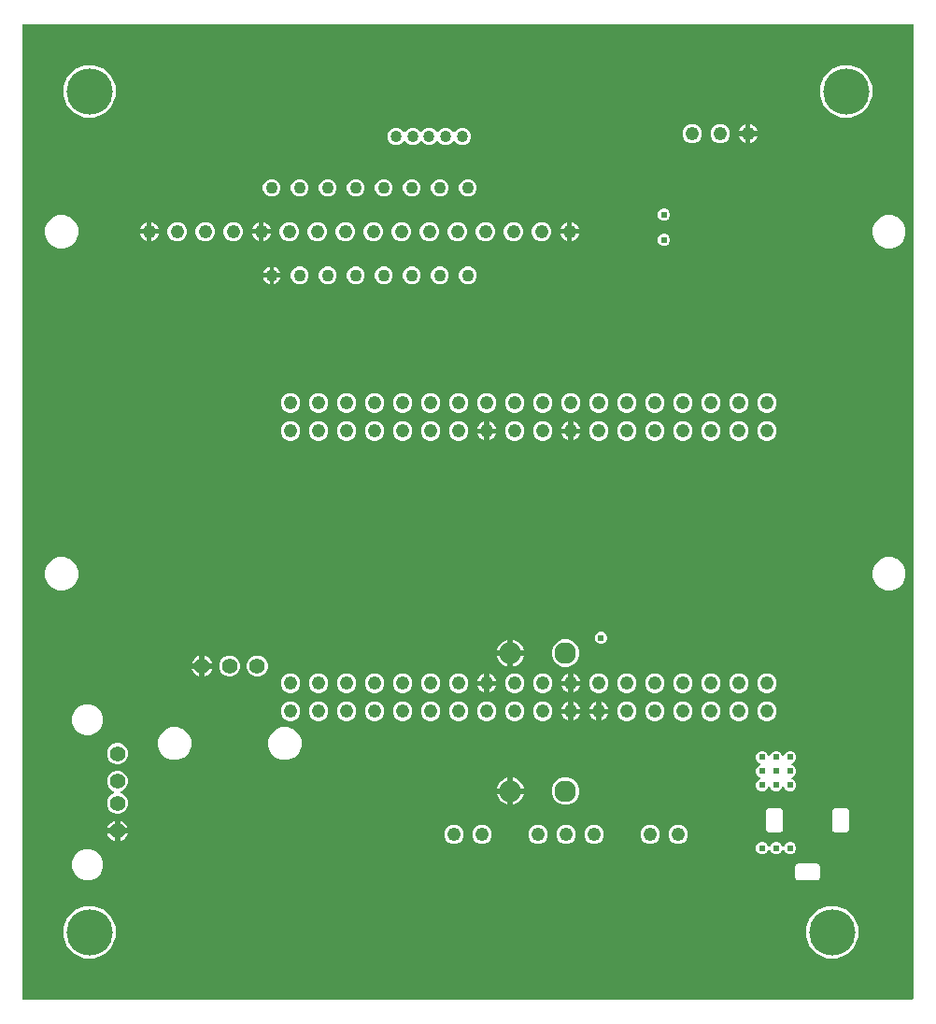
<source format=gbr>
G04 EAGLE Gerber RS-274X export*
G75*
%MOMM*%
%FSLAX34Y34*%
%LPD*%
%INCopper Layer 2*%
%IPPOS*%
%AMOC8*
5,1,8,0,0,1.08239X$1,22.5*%
G01*
%ADD10C,1.034800*%
%ADD11C,4.191000*%
%ADD12C,1.244600*%
%ADD13C,1.400000*%
%ADD14C,1.960000*%
%ADD15C,1.092000*%
%ADD16C,1.232000*%
%ADD17C,0.609600*%

G36*
X809108Y2556D02*
X809108Y2556D01*
X809227Y2563D01*
X809265Y2576D01*
X809306Y2581D01*
X809416Y2624D01*
X809529Y2661D01*
X809564Y2683D01*
X809601Y2698D01*
X809697Y2767D01*
X809798Y2831D01*
X809826Y2861D01*
X809859Y2884D01*
X809935Y2976D01*
X810016Y3063D01*
X810036Y3098D01*
X810061Y3129D01*
X810112Y3237D01*
X810170Y3341D01*
X810180Y3381D01*
X810197Y3417D01*
X810219Y3534D01*
X810249Y3649D01*
X810253Y3709D01*
X810257Y3729D01*
X810255Y3750D01*
X810259Y3810D01*
X810259Y885190D01*
X810244Y885308D01*
X810237Y885427D01*
X810224Y885465D01*
X810219Y885506D01*
X810176Y885616D01*
X810139Y885729D01*
X810117Y885764D01*
X810102Y885801D01*
X810033Y885897D01*
X809969Y885998D01*
X809939Y886026D01*
X809916Y886059D01*
X809824Y886135D01*
X809737Y886216D01*
X809702Y886236D01*
X809671Y886261D01*
X809563Y886312D01*
X809459Y886370D01*
X809419Y886380D01*
X809383Y886397D01*
X809266Y886419D01*
X809151Y886449D01*
X809091Y886453D01*
X809071Y886457D01*
X809050Y886455D01*
X808990Y886459D01*
X3810Y886459D01*
X3692Y886444D01*
X3573Y886437D01*
X3535Y886424D01*
X3494Y886419D01*
X3384Y886376D01*
X3271Y886339D01*
X3236Y886317D01*
X3199Y886302D01*
X3103Y886233D01*
X3002Y886169D01*
X2974Y886139D01*
X2941Y886116D01*
X2865Y886024D01*
X2784Y885937D01*
X2764Y885902D01*
X2739Y885871D01*
X2688Y885763D01*
X2630Y885659D01*
X2620Y885619D01*
X2603Y885583D01*
X2581Y885466D01*
X2551Y885351D01*
X2547Y885291D01*
X2543Y885271D01*
X2545Y885250D01*
X2541Y885190D01*
X2541Y3810D01*
X2556Y3692D01*
X2563Y3573D01*
X2576Y3535D01*
X2581Y3494D01*
X2624Y3384D01*
X2661Y3271D01*
X2683Y3236D01*
X2698Y3199D01*
X2767Y3103D01*
X2831Y3002D01*
X2861Y2974D01*
X2884Y2941D01*
X2976Y2865D01*
X3063Y2784D01*
X3098Y2764D01*
X3129Y2739D01*
X3237Y2688D01*
X3341Y2630D01*
X3381Y2620D01*
X3417Y2603D01*
X3534Y2581D01*
X3649Y2551D01*
X3709Y2547D01*
X3729Y2543D01*
X3750Y2545D01*
X3810Y2541D01*
X808990Y2541D01*
X809108Y2556D01*
G37*
%LPC*%
G36*
X744626Y802004D02*
X744626Y802004D01*
X735991Y805581D01*
X729381Y812191D01*
X725804Y820826D01*
X725804Y830174D01*
X729381Y838809D01*
X735991Y845419D01*
X744626Y848996D01*
X753974Y848996D01*
X762609Y845419D01*
X769219Y838809D01*
X772796Y830174D01*
X772796Y820826D01*
X769219Y812191D01*
X762609Y805581D01*
X753974Y802004D01*
X744626Y802004D01*
G37*
%LPD*%
%LPC*%
G36*
X58826Y802004D02*
X58826Y802004D01*
X50191Y805581D01*
X43581Y812191D01*
X40004Y820826D01*
X40004Y830174D01*
X43581Y838809D01*
X50191Y845419D01*
X58826Y848996D01*
X68174Y848996D01*
X76809Y845419D01*
X83419Y838809D01*
X86996Y830174D01*
X86996Y820826D01*
X83419Y812191D01*
X76809Y805581D01*
X68174Y802004D01*
X58826Y802004D01*
G37*
%LPD*%
%LPC*%
G36*
X58826Y40004D02*
X58826Y40004D01*
X50191Y43581D01*
X43581Y50191D01*
X40004Y58826D01*
X40004Y68174D01*
X43581Y76809D01*
X50191Y83419D01*
X58826Y86996D01*
X68174Y86996D01*
X76809Y83419D01*
X83419Y76809D01*
X86996Y68174D01*
X86996Y58826D01*
X83419Y50191D01*
X76809Y43581D01*
X68174Y40004D01*
X58826Y40004D01*
G37*
%LPD*%
%LPC*%
G36*
X731926Y40004D02*
X731926Y40004D01*
X723291Y43581D01*
X716681Y50191D01*
X713104Y58826D01*
X713104Y68174D01*
X716681Y76809D01*
X723291Y83419D01*
X731926Y86996D01*
X741274Y86996D01*
X749909Y83419D01*
X756519Y76809D01*
X760096Y68174D01*
X760096Y58826D01*
X756519Y50191D01*
X749909Y43581D01*
X741274Y40004D01*
X731926Y40004D01*
G37*
%LPD*%
%LPC*%
G36*
X671988Y191261D02*
X671988Y191261D01*
X669934Y192112D01*
X668362Y193684D01*
X667511Y195738D01*
X667511Y197962D01*
X668362Y200016D01*
X669934Y201588D01*
X670995Y202027D01*
X671116Y202096D01*
X671239Y202161D01*
X671254Y202175D01*
X671271Y202185D01*
X671372Y202282D01*
X671474Y202375D01*
X671485Y202392D01*
X671500Y202406D01*
X671573Y202525D01*
X671649Y202641D01*
X671656Y202660D01*
X671666Y202677D01*
X671707Y202810D01*
X671752Y202942D01*
X671754Y202962D01*
X671760Y202981D01*
X671766Y203120D01*
X671777Y203259D01*
X671774Y203279D01*
X671775Y203299D01*
X671747Y203435D01*
X671723Y203572D01*
X671715Y203591D01*
X671711Y203610D01*
X671649Y203735D01*
X671592Y203862D01*
X671580Y203878D01*
X671571Y203896D01*
X671480Y204002D01*
X671394Y204110D01*
X671378Y204123D01*
X671365Y204138D01*
X671250Y204218D01*
X671140Y204302D01*
X671115Y204314D01*
X671105Y204321D01*
X671085Y204328D01*
X670995Y204373D01*
X669934Y204812D01*
X668362Y206384D01*
X667511Y208438D01*
X667511Y210662D01*
X668362Y212716D01*
X669934Y214288D01*
X670995Y214727D01*
X671116Y214796D01*
X671239Y214861D01*
X671254Y214875D01*
X671271Y214885D01*
X671371Y214982D01*
X671474Y215075D01*
X671485Y215092D01*
X671500Y215106D01*
X671573Y215225D01*
X671649Y215341D01*
X671656Y215360D01*
X671666Y215377D01*
X671707Y215510D01*
X671752Y215642D01*
X671754Y215662D01*
X671760Y215681D01*
X671766Y215820D01*
X671777Y215959D01*
X671774Y215979D01*
X671775Y215999D01*
X671747Y216135D01*
X671723Y216272D01*
X671715Y216291D01*
X671711Y216310D01*
X671649Y216435D01*
X671592Y216562D01*
X671580Y216578D01*
X671571Y216596D01*
X671481Y216702D01*
X671394Y216810D01*
X671378Y216823D01*
X671365Y216838D01*
X671251Y216918D01*
X671140Y217002D01*
X671114Y217014D01*
X671105Y217021D01*
X671086Y217028D01*
X670995Y217073D01*
X669934Y217512D01*
X668362Y219084D01*
X667511Y221138D01*
X667511Y223362D01*
X668362Y225416D01*
X669934Y226988D01*
X671988Y227839D01*
X674212Y227839D01*
X676266Y226988D01*
X677838Y225416D01*
X678277Y224355D01*
X678346Y224234D01*
X678411Y224111D01*
X678425Y224096D01*
X678435Y224079D01*
X678532Y223979D01*
X678625Y223876D01*
X678642Y223865D01*
X678656Y223850D01*
X678775Y223777D01*
X678891Y223701D01*
X678910Y223694D01*
X678927Y223684D01*
X679060Y223643D01*
X679192Y223598D01*
X679212Y223596D01*
X679231Y223590D01*
X679370Y223584D01*
X679509Y223573D01*
X679529Y223576D01*
X679549Y223575D01*
X679685Y223603D01*
X679822Y223627D01*
X679841Y223635D01*
X679860Y223639D01*
X679985Y223701D01*
X680112Y223758D01*
X680128Y223770D01*
X680146Y223779D01*
X680252Y223869D01*
X680360Y223956D01*
X680373Y223972D01*
X680388Y223985D01*
X680468Y224099D01*
X680552Y224210D01*
X680564Y224236D01*
X680571Y224245D01*
X680578Y224264D01*
X680623Y224355D01*
X681062Y225416D01*
X682634Y226988D01*
X684688Y227839D01*
X686912Y227839D01*
X688966Y226988D01*
X690538Y225416D01*
X690977Y224355D01*
X691046Y224234D01*
X691111Y224111D01*
X691125Y224096D01*
X691135Y224079D01*
X691232Y223978D01*
X691325Y223876D01*
X691342Y223865D01*
X691356Y223850D01*
X691475Y223777D01*
X691591Y223701D01*
X691610Y223694D01*
X691627Y223684D01*
X691760Y223643D01*
X691892Y223598D01*
X691912Y223596D01*
X691931Y223590D01*
X692070Y223584D01*
X692209Y223573D01*
X692229Y223576D01*
X692249Y223575D01*
X692385Y223603D01*
X692522Y223627D01*
X692541Y223635D01*
X692560Y223639D01*
X692685Y223701D01*
X692812Y223758D01*
X692828Y223770D01*
X692846Y223779D01*
X692952Y223870D01*
X693060Y223956D01*
X693073Y223972D01*
X693088Y223985D01*
X693168Y224100D01*
X693252Y224210D01*
X693264Y224235D01*
X693271Y224245D01*
X693278Y224265D01*
X693323Y224355D01*
X693762Y225416D01*
X695334Y226988D01*
X697388Y227839D01*
X699612Y227839D01*
X701666Y226988D01*
X703238Y225416D01*
X704089Y223362D01*
X704089Y221138D01*
X703238Y219084D01*
X701666Y217512D01*
X700605Y217073D01*
X700484Y217004D01*
X700361Y216939D01*
X700346Y216925D01*
X700329Y216915D01*
X700229Y216818D01*
X700126Y216725D01*
X700115Y216708D01*
X700100Y216694D01*
X700027Y216575D01*
X699951Y216459D01*
X699944Y216440D01*
X699934Y216423D01*
X699893Y216290D01*
X699848Y216158D01*
X699846Y216138D01*
X699840Y216119D01*
X699834Y215980D01*
X699823Y215841D01*
X699826Y215821D01*
X699825Y215801D01*
X699853Y215665D01*
X699877Y215528D01*
X699885Y215509D01*
X699889Y215490D01*
X699951Y215365D01*
X700008Y215238D01*
X700020Y215222D01*
X700029Y215204D01*
X700119Y215098D01*
X700206Y214990D01*
X700222Y214977D01*
X700235Y214962D01*
X700349Y214882D01*
X700460Y214798D01*
X700486Y214786D01*
X700495Y214779D01*
X700514Y214772D01*
X700605Y214727D01*
X701666Y214288D01*
X703238Y212716D01*
X704089Y210662D01*
X704089Y208438D01*
X703238Y206384D01*
X701666Y204812D01*
X700605Y204373D01*
X700484Y204304D01*
X700361Y204239D01*
X700346Y204225D01*
X700329Y204215D01*
X700229Y204118D01*
X700126Y204025D01*
X700115Y204008D01*
X700100Y203994D01*
X700027Y203875D01*
X699951Y203759D01*
X699944Y203740D01*
X699934Y203723D01*
X699893Y203590D01*
X699848Y203458D01*
X699846Y203438D01*
X699840Y203419D01*
X699834Y203280D01*
X699823Y203141D01*
X699826Y203121D01*
X699825Y203101D01*
X699853Y202965D01*
X699877Y202828D01*
X699885Y202809D01*
X699889Y202790D01*
X699951Y202665D01*
X700008Y202538D01*
X700020Y202522D01*
X700029Y202504D01*
X700119Y202398D01*
X700206Y202290D01*
X700222Y202277D01*
X700235Y202262D01*
X700349Y202182D01*
X700460Y202098D01*
X700486Y202086D01*
X700495Y202079D01*
X700514Y202072D01*
X700605Y202027D01*
X701666Y201588D01*
X703238Y200016D01*
X704089Y197962D01*
X704089Y195738D01*
X703238Y193684D01*
X701666Y192112D01*
X699612Y191261D01*
X697388Y191261D01*
X695334Y192112D01*
X693762Y193684D01*
X693323Y194745D01*
X693254Y194866D01*
X693189Y194989D01*
X693175Y195004D01*
X693165Y195021D01*
X693068Y195121D01*
X692975Y195224D01*
X692958Y195235D01*
X692944Y195250D01*
X692825Y195323D01*
X692709Y195399D01*
X692690Y195406D01*
X692673Y195416D01*
X692540Y195457D01*
X692408Y195502D01*
X692388Y195504D01*
X692369Y195510D01*
X692230Y195516D01*
X692091Y195527D01*
X692071Y195524D01*
X692051Y195525D01*
X691915Y195497D01*
X691778Y195473D01*
X691759Y195465D01*
X691740Y195461D01*
X691615Y195399D01*
X691488Y195342D01*
X691472Y195330D01*
X691454Y195321D01*
X691348Y195231D01*
X691240Y195144D01*
X691227Y195128D01*
X691212Y195115D01*
X691132Y195001D01*
X691048Y194890D01*
X691036Y194864D01*
X691029Y194855D01*
X691022Y194836D01*
X690977Y194745D01*
X690538Y193684D01*
X688966Y192112D01*
X686912Y191261D01*
X684688Y191261D01*
X682634Y192112D01*
X681062Y193684D01*
X680623Y194745D01*
X680554Y194866D01*
X680489Y194989D01*
X680475Y195004D01*
X680465Y195021D01*
X680368Y195122D01*
X680275Y195224D01*
X680258Y195235D01*
X680244Y195250D01*
X680125Y195323D01*
X680009Y195399D01*
X679990Y195406D01*
X679973Y195416D01*
X679840Y195457D01*
X679708Y195502D01*
X679688Y195504D01*
X679669Y195510D01*
X679530Y195516D01*
X679391Y195527D01*
X679371Y195524D01*
X679351Y195525D01*
X679215Y195497D01*
X679078Y195473D01*
X679059Y195465D01*
X679040Y195461D01*
X678915Y195399D01*
X678788Y195342D01*
X678772Y195330D01*
X678754Y195321D01*
X678648Y195230D01*
X678540Y195144D01*
X678527Y195128D01*
X678512Y195115D01*
X678431Y195000D01*
X678348Y194890D01*
X678336Y194865D01*
X678329Y194855D01*
X678322Y194835D01*
X678277Y194745D01*
X677838Y193684D01*
X676266Y192112D01*
X674212Y191261D01*
X671988Y191261D01*
G37*
%LPD*%
%LPC*%
G36*
X339785Y777145D02*
X339785Y777145D01*
X336950Y778320D01*
X334780Y780490D01*
X333605Y783325D01*
X333605Y786395D01*
X334780Y789230D01*
X336950Y791400D01*
X339785Y792575D01*
X342855Y792575D01*
X345690Y791400D01*
X347923Y789168D01*
X348017Y789095D01*
X348106Y789016D01*
X348142Y788998D01*
X348174Y788973D01*
X348283Y788925D01*
X348389Y788871D01*
X348428Y788863D01*
X348466Y788846D01*
X348583Y788828D01*
X348699Y788802D01*
X348740Y788803D01*
X348780Y788797D01*
X348898Y788808D01*
X349017Y788811D01*
X349056Y788823D01*
X349096Y788826D01*
X349208Y788867D01*
X349323Y788900D01*
X349358Y788920D01*
X349396Y788934D01*
X349494Y789001D01*
X349597Y789061D01*
X349642Y789101D01*
X349659Y789113D01*
X349672Y789128D01*
X349718Y789168D01*
X351950Y791400D01*
X354785Y792575D01*
X357855Y792575D01*
X360690Y791400D01*
X362923Y789168D01*
X363017Y789095D01*
X363106Y789016D01*
X363142Y788998D01*
X363174Y788973D01*
X363283Y788925D01*
X363389Y788871D01*
X363428Y788863D01*
X363466Y788846D01*
X363583Y788828D01*
X363699Y788802D01*
X363740Y788803D01*
X363780Y788797D01*
X363898Y788808D01*
X364017Y788811D01*
X364056Y788823D01*
X364096Y788826D01*
X364208Y788867D01*
X364323Y788900D01*
X364358Y788920D01*
X364396Y788934D01*
X364494Y789001D01*
X364597Y789061D01*
X364642Y789101D01*
X364659Y789113D01*
X364672Y789128D01*
X364718Y789168D01*
X366950Y791400D01*
X369785Y792575D01*
X372855Y792575D01*
X375690Y791400D01*
X377923Y789168D01*
X378017Y789095D01*
X378106Y789016D01*
X378142Y788998D01*
X378174Y788973D01*
X378283Y788925D01*
X378389Y788871D01*
X378428Y788863D01*
X378466Y788846D01*
X378583Y788828D01*
X378699Y788802D01*
X378740Y788803D01*
X378780Y788797D01*
X378898Y788808D01*
X379017Y788811D01*
X379056Y788823D01*
X379096Y788826D01*
X379208Y788867D01*
X379323Y788900D01*
X379358Y788920D01*
X379396Y788934D01*
X379494Y789001D01*
X379597Y789061D01*
X379642Y789101D01*
X379659Y789113D01*
X379672Y789128D01*
X379718Y789168D01*
X381950Y791400D01*
X384785Y792575D01*
X387855Y792575D01*
X390690Y791400D01*
X392923Y789168D01*
X393017Y789095D01*
X393106Y789016D01*
X393142Y788998D01*
X393174Y788973D01*
X393283Y788925D01*
X393389Y788871D01*
X393428Y788863D01*
X393466Y788846D01*
X393583Y788828D01*
X393699Y788802D01*
X393740Y788803D01*
X393780Y788797D01*
X393898Y788808D01*
X394017Y788811D01*
X394056Y788823D01*
X394096Y788826D01*
X394208Y788867D01*
X394323Y788900D01*
X394358Y788920D01*
X394396Y788934D01*
X394494Y789001D01*
X394597Y789061D01*
X394642Y789101D01*
X394659Y789113D01*
X394672Y789128D01*
X394718Y789168D01*
X396950Y791400D01*
X399785Y792575D01*
X402855Y792575D01*
X405690Y791400D01*
X407860Y789230D01*
X409035Y786395D01*
X409035Y783325D01*
X407860Y780490D01*
X405690Y778320D01*
X402855Y777145D01*
X399785Y777145D01*
X396950Y778320D01*
X394718Y780552D01*
X394623Y780625D01*
X394534Y780704D01*
X394498Y780722D01*
X394466Y780747D01*
X394357Y780795D01*
X394251Y780849D01*
X394212Y780857D01*
X394174Y780874D01*
X394057Y780892D01*
X393941Y780918D01*
X393900Y780917D01*
X393860Y780923D01*
X393742Y780912D01*
X393623Y780909D01*
X393584Y780897D01*
X393544Y780894D01*
X393431Y780853D01*
X393317Y780820D01*
X393283Y780800D01*
X393244Y780786D01*
X393146Y780719D01*
X393043Y780659D01*
X392998Y780619D01*
X392981Y780607D01*
X392968Y780592D01*
X392923Y780552D01*
X390690Y778320D01*
X387855Y777145D01*
X384785Y777145D01*
X381950Y778320D01*
X379718Y780552D01*
X379623Y780625D01*
X379534Y780704D01*
X379498Y780722D01*
X379466Y780747D01*
X379357Y780795D01*
X379251Y780849D01*
X379212Y780857D01*
X379174Y780874D01*
X379057Y780892D01*
X378941Y780918D01*
X378900Y780917D01*
X378860Y780923D01*
X378742Y780912D01*
X378623Y780909D01*
X378584Y780897D01*
X378544Y780894D01*
X378431Y780853D01*
X378317Y780820D01*
X378283Y780800D01*
X378244Y780786D01*
X378146Y780719D01*
X378043Y780659D01*
X377998Y780619D01*
X377981Y780607D01*
X377968Y780592D01*
X377923Y780552D01*
X375690Y778320D01*
X372855Y777145D01*
X369785Y777145D01*
X366950Y778320D01*
X364718Y780552D01*
X364623Y780625D01*
X364534Y780704D01*
X364498Y780722D01*
X364466Y780747D01*
X364357Y780795D01*
X364251Y780849D01*
X364212Y780857D01*
X364174Y780874D01*
X364057Y780892D01*
X363941Y780918D01*
X363900Y780917D01*
X363860Y780923D01*
X363742Y780912D01*
X363623Y780909D01*
X363584Y780897D01*
X363544Y780894D01*
X363431Y780853D01*
X363317Y780820D01*
X363283Y780800D01*
X363244Y780786D01*
X363146Y780719D01*
X363043Y780659D01*
X362998Y780619D01*
X362981Y780607D01*
X362968Y780592D01*
X362923Y780552D01*
X360690Y778320D01*
X357855Y777145D01*
X354785Y777145D01*
X351950Y778320D01*
X349718Y780552D01*
X349623Y780625D01*
X349534Y780704D01*
X349498Y780722D01*
X349466Y780747D01*
X349357Y780795D01*
X349251Y780849D01*
X349212Y780857D01*
X349174Y780874D01*
X349057Y780892D01*
X348941Y780918D01*
X348900Y780917D01*
X348860Y780923D01*
X348742Y780912D01*
X348623Y780909D01*
X348584Y780897D01*
X348544Y780894D01*
X348431Y780853D01*
X348317Y780820D01*
X348283Y780800D01*
X348244Y780786D01*
X348146Y780719D01*
X348043Y780659D01*
X347998Y780619D01*
X347981Y780607D01*
X347968Y780592D01*
X347923Y780552D01*
X345690Y778320D01*
X342855Y777145D01*
X339785Y777145D01*
G37*
%LPD*%
%LPC*%
G36*
X137508Y219759D02*
X137508Y219759D01*
X131980Y222049D01*
X127749Y226280D01*
X125459Y231808D01*
X125459Y237792D01*
X127749Y243320D01*
X131980Y247551D01*
X137508Y249841D01*
X143492Y249841D01*
X149020Y247551D01*
X153251Y243320D01*
X155541Y237792D01*
X155541Y231808D01*
X153251Y226280D01*
X149020Y222049D01*
X143492Y219759D01*
X137508Y219759D01*
G37*
%LPD*%
%LPC*%
G36*
X237508Y219759D02*
X237508Y219759D01*
X231980Y222049D01*
X227749Y226280D01*
X225459Y231808D01*
X225459Y237792D01*
X227749Y243320D01*
X231980Y247551D01*
X237508Y249841D01*
X243492Y249841D01*
X249020Y247551D01*
X253251Y243320D01*
X255541Y237792D01*
X255541Y231808D01*
X253251Y226280D01*
X249020Y222049D01*
X243492Y219759D01*
X237508Y219759D01*
G37*
%LPD*%
%LPC*%
G36*
X785108Y373459D02*
X785108Y373459D01*
X779580Y375749D01*
X775349Y379980D01*
X773059Y385508D01*
X773059Y391492D01*
X775349Y397020D01*
X779580Y401251D01*
X785108Y403541D01*
X791092Y403541D01*
X796620Y401251D01*
X800851Y397020D01*
X803141Y391492D01*
X803141Y385508D01*
X800851Y379980D01*
X796620Y375749D01*
X791092Y373459D01*
X785108Y373459D01*
G37*
%LPD*%
%LPC*%
G36*
X35108Y683459D02*
X35108Y683459D01*
X29580Y685749D01*
X25349Y689980D01*
X23059Y695508D01*
X23059Y701492D01*
X25349Y707020D01*
X29580Y711251D01*
X35108Y713541D01*
X41092Y713541D01*
X46620Y711251D01*
X50851Y707020D01*
X53141Y701492D01*
X53141Y695508D01*
X50851Y689980D01*
X46620Y685749D01*
X41092Y683459D01*
X35108Y683459D01*
G37*
%LPD*%
%LPC*%
G36*
X785108Y683459D02*
X785108Y683459D01*
X779580Y685749D01*
X775349Y689980D01*
X773059Y695508D01*
X773059Y701492D01*
X775349Y707020D01*
X779580Y711251D01*
X785108Y713541D01*
X791092Y713541D01*
X796620Y711251D01*
X800851Y707020D01*
X803141Y701492D01*
X803141Y695508D01*
X800851Y689980D01*
X796620Y685749D01*
X791092Y683459D01*
X785108Y683459D01*
G37*
%LPD*%
%LPC*%
G36*
X35108Y373459D02*
X35108Y373459D01*
X29580Y375749D01*
X25349Y379980D01*
X23059Y385508D01*
X23059Y391492D01*
X25349Y397020D01*
X29580Y401251D01*
X35108Y403541D01*
X41092Y403541D01*
X46620Y401251D01*
X50851Y397020D01*
X53141Y391492D01*
X53141Y385508D01*
X50851Y379980D01*
X46620Y375749D01*
X41092Y373459D01*
X35108Y373459D01*
G37*
%LPD*%
%LPC*%
G36*
X59007Y242159D02*
X59007Y242159D01*
X53847Y244297D01*
X49897Y248247D01*
X47759Y253407D01*
X47759Y258993D01*
X49897Y264153D01*
X53847Y268103D01*
X59007Y270241D01*
X64593Y270241D01*
X69753Y268103D01*
X73703Y264153D01*
X75841Y258993D01*
X75841Y253407D01*
X73703Y248247D01*
X69753Y244297D01*
X64593Y242159D01*
X59007Y242159D01*
G37*
%LPD*%
%LPC*%
G36*
X59007Y110759D02*
X59007Y110759D01*
X53847Y112897D01*
X49897Y116847D01*
X47759Y122007D01*
X47759Y127593D01*
X49897Y132753D01*
X53847Y136703D01*
X59007Y138841D01*
X64593Y138841D01*
X69753Y136703D01*
X73703Y132753D01*
X75841Y127593D01*
X75841Y122007D01*
X73703Y116847D01*
X69753Y112897D01*
X64593Y110759D01*
X59007Y110759D01*
G37*
%LPD*%
%LPC*%
G36*
X87002Y170959D02*
X87002Y170959D01*
X83496Y172412D01*
X80812Y175096D01*
X79359Y178602D01*
X79359Y182398D01*
X80812Y185904D01*
X83496Y188588D01*
X85280Y189327D01*
X85401Y189396D01*
X85524Y189461D01*
X85539Y189475D01*
X85556Y189485D01*
X85656Y189582D01*
X85759Y189675D01*
X85770Y189692D01*
X85785Y189706D01*
X85857Y189824D01*
X85934Y189941D01*
X85940Y189960D01*
X85951Y189977D01*
X85992Y190110D01*
X86037Y190242D01*
X86039Y190262D01*
X86045Y190281D01*
X86051Y190420D01*
X86062Y190559D01*
X86059Y190579D01*
X86060Y190599D01*
X86032Y190735D01*
X86008Y190872D01*
X86000Y190891D01*
X85995Y190910D01*
X85934Y191035D01*
X85877Y191162D01*
X85865Y191178D01*
X85856Y191196D01*
X85766Y191302D01*
X85679Y191410D01*
X85662Y191423D01*
X85649Y191438D01*
X85536Y191518D01*
X85425Y191602D01*
X85399Y191614D01*
X85389Y191621D01*
X85370Y191628D01*
X85280Y191673D01*
X83496Y192412D01*
X80812Y195096D01*
X79359Y198602D01*
X79359Y202398D01*
X80812Y205904D01*
X83496Y208588D01*
X87002Y210041D01*
X90798Y210041D01*
X94304Y208588D01*
X96988Y205904D01*
X98441Y202398D01*
X98441Y198602D01*
X96988Y195096D01*
X94304Y192412D01*
X92520Y191673D01*
X92399Y191604D01*
X92276Y191539D01*
X92261Y191525D01*
X92244Y191515D01*
X92144Y191418D01*
X92041Y191325D01*
X92030Y191308D01*
X92015Y191294D01*
X91942Y191175D01*
X91866Y191059D01*
X91860Y191040D01*
X91849Y191023D01*
X91808Y190890D01*
X91763Y190758D01*
X91761Y190738D01*
X91755Y190719D01*
X91749Y190580D01*
X91738Y190441D01*
X91741Y190421D01*
X91740Y190401D01*
X91768Y190265D01*
X91792Y190128D01*
X91800Y190109D01*
X91805Y190090D01*
X91866Y189964D01*
X91923Y189838D01*
X91935Y189822D01*
X91944Y189804D01*
X92035Y189698D01*
X92121Y189590D01*
X92137Y189577D01*
X92151Y189562D01*
X92265Y189482D01*
X92375Y189398D01*
X92401Y189386D01*
X92411Y189379D01*
X92430Y189372D01*
X92520Y189327D01*
X94304Y188588D01*
X96988Y185904D01*
X98441Y182398D01*
X98441Y178602D01*
X96988Y175096D01*
X94304Y172412D01*
X90798Y170959D01*
X87002Y170959D01*
G37*
%LPD*%
%LPC*%
G36*
X492445Y304159D02*
X492445Y304159D01*
X487910Y306038D01*
X484438Y309510D01*
X482559Y314045D01*
X482559Y318955D01*
X484438Y323490D01*
X487910Y326962D01*
X492445Y328841D01*
X497355Y328841D01*
X501890Y326962D01*
X505362Y323490D01*
X507241Y318955D01*
X507241Y314045D01*
X505362Y309510D01*
X501890Y306038D01*
X497355Y304159D01*
X492445Y304159D01*
G37*
%LPD*%
%LPC*%
G36*
X492445Y179159D02*
X492445Y179159D01*
X487910Y181038D01*
X484438Y184510D01*
X482559Y189045D01*
X482559Y193955D01*
X484438Y198490D01*
X487910Y201962D01*
X492445Y203841D01*
X497355Y203841D01*
X501890Y201962D01*
X505362Y198490D01*
X507241Y193955D01*
X507241Y189045D01*
X505362Y184510D01*
X501890Y181038D01*
X497355Y179159D01*
X492445Y179159D01*
G37*
%LPD*%
%LPC*%
G36*
X705227Y110509D02*
X705227Y110509D01*
X705010Y110726D01*
X704943Y110778D01*
X704882Y110838D01*
X704768Y110914D01*
X704759Y110921D01*
X704755Y110922D01*
X704748Y110927D01*
X704037Y111337D01*
X703627Y112048D01*
X703576Y112116D01*
X703532Y112190D01*
X703442Y112292D01*
X703435Y112301D01*
X703432Y112304D01*
X703426Y112311D01*
X703338Y112398D01*
X703337Y112399D01*
X703209Y112527D01*
X703209Y123673D01*
X703337Y123801D01*
X703338Y123801D01*
X703426Y123890D01*
X703478Y123957D01*
X703538Y124018D01*
X703614Y124132D01*
X703621Y124141D01*
X703622Y124145D01*
X703627Y124152D01*
X704037Y124863D01*
X704748Y125273D01*
X704816Y125324D01*
X704890Y125368D01*
X704992Y125458D01*
X705001Y125465D01*
X705004Y125468D01*
X705010Y125474D01*
X705227Y125691D01*
X723373Y125691D01*
X723590Y125474D01*
X723657Y125422D01*
X723718Y125362D01*
X723832Y125286D01*
X723841Y125279D01*
X723845Y125278D01*
X723852Y125273D01*
X724563Y124863D01*
X724973Y124152D01*
X725024Y124084D01*
X725068Y124010D01*
X725158Y123908D01*
X725165Y123899D01*
X725168Y123896D01*
X725174Y123890D01*
X725391Y123673D01*
X725391Y112527D01*
X725174Y112310D01*
X725122Y112243D01*
X725062Y112182D01*
X724986Y112068D01*
X724979Y112059D01*
X724978Y112055D01*
X724973Y112048D01*
X724563Y111337D01*
X723852Y110927D01*
X723784Y110876D01*
X723710Y110832D01*
X723608Y110742D01*
X723599Y110735D01*
X723596Y110732D01*
X723589Y110726D01*
X723501Y110637D01*
X723373Y110509D01*
X705227Y110509D01*
G37*
%LPD*%
%LPC*%
G36*
X678727Y154009D02*
X678727Y154009D01*
X678599Y154137D01*
X678599Y154138D01*
X678511Y154226D01*
X678443Y154278D01*
X678382Y154338D01*
X678268Y154414D01*
X678259Y154421D01*
X678255Y154422D01*
X678248Y154427D01*
X677537Y154837D01*
X677127Y155548D01*
X677076Y155616D01*
X677032Y155690D01*
X676942Y155792D01*
X676935Y155801D01*
X676932Y155804D01*
X676926Y155810D01*
X676709Y156027D01*
X676709Y174173D01*
X676926Y174390D01*
X676978Y174457D01*
X677038Y174518D01*
X677114Y174632D01*
X677121Y174641D01*
X677122Y174645D01*
X677127Y174652D01*
X677537Y175363D01*
X678248Y175773D01*
X678316Y175824D01*
X678390Y175868D01*
X678492Y175958D01*
X678501Y175965D01*
X678504Y175968D01*
X678510Y175974D01*
X678727Y176191D01*
X689873Y176191D01*
X690090Y175974D01*
X690157Y175922D01*
X690218Y175862D01*
X690332Y175786D01*
X690341Y175779D01*
X690345Y175778D01*
X690352Y175773D01*
X691063Y175363D01*
X691473Y174652D01*
X691524Y174584D01*
X691568Y174510D01*
X691658Y174408D01*
X691665Y174399D01*
X691668Y174396D01*
X691674Y174389D01*
X691762Y174302D01*
X691763Y174301D01*
X691891Y174173D01*
X691891Y156027D01*
X691674Y155810D01*
X691622Y155743D01*
X691562Y155682D01*
X691486Y155568D01*
X691479Y155559D01*
X691478Y155555D01*
X691473Y155548D01*
X691063Y154837D01*
X690352Y154427D01*
X690284Y154376D01*
X690210Y154332D01*
X690108Y154242D01*
X690099Y154235D01*
X690096Y154232D01*
X690089Y154226D01*
X690002Y154138D01*
X690001Y154137D01*
X689873Y154009D01*
X678727Y154009D01*
G37*
%LPD*%
%LPC*%
G36*
X738727Y154009D02*
X738727Y154009D01*
X738510Y154226D01*
X738443Y154278D01*
X738382Y154338D01*
X738268Y154414D01*
X738259Y154421D01*
X738255Y154422D01*
X738248Y154427D01*
X737537Y154837D01*
X737127Y155548D01*
X737076Y155616D01*
X737032Y155690D01*
X736942Y155792D01*
X736935Y155801D01*
X736932Y155804D01*
X736926Y155810D01*
X736709Y156027D01*
X736709Y174173D01*
X736926Y174390D01*
X736978Y174457D01*
X737038Y174518D01*
X737114Y174632D01*
X737121Y174641D01*
X737122Y174645D01*
X737127Y174652D01*
X737537Y175363D01*
X738248Y175773D01*
X738316Y175824D01*
X738390Y175868D01*
X738492Y175958D01*
X738501Y175965D01*
X738504Y175968D01*
X738511Y175974D01*
X738599Y176062D01*
X738727Y176191D01*
X749873Y176191D01*
X750090Y175974D01*
X750157Y175922D01*
X750218Y175862D01*
X750332Y175786D01*
X750341Y175779D01*
X750345Y175778D01*
X750352Y175773D01*
X751063Y175363D01*
X751473Y174652D01*
X751524Y174584D01*
X751568Y174510D01*
X751658Y174408D01*
X751665Y174399D01*
X751668Y174396D01*
X751674Y174389D01*
X751762Y174302D01*
X751763Y174301D01*
X751891Y174173D01*
X751891Y156027D01*
X751763Y155899D01*
X751762Y155899D01*
X751674Y155811D01*
X751622Y155743D01*
X751562Y155682D01*
X751486Y155568D01*
X751479Y155559D01*
X751478Y155555D01*
X751473Y155548D01*
X751063Y154837D01*
X750352Y154427D01*
X750284Y154376D01*
X750210Y154332D01*
X750108Y154242D01*
X750099Y154235D01*
X750096Y154232D01*
X750090Y154226D01*
X749873Y154009D01*
X738727Y154009D01*
G37*
%LPD*%
%LPC*%
G36*
X671988Y134111D02*
X671988Y134111D01*
X669934Y134962D01*
X668362Y136534D01*
X667511Y138588D01*
X667511Y140812D01*
X668362Y142866D01*
X669934Y144438D01*
X671988Y145289D01*
X674212Y145289D01*
X676266Y144438D01*
X677838Y142866D01*
X678277Y141805D01*
X678346Y141684D01*
X678411Y141561D01*
X678425Y141546D01*
X678435Y141529D01*
X678532Y141428D01*
X678625Y141326D01*
X678642Y141315D01*
X678656Y141300D01*
X678775Y141227D01*
X678891Y141151D01*
X678910Y141144D01*
X678927Y141134D01*
X679060Y141093D01*
X679192Y141048D01*
X679212Y141046D01*
X679231Y141040D01*
X679370Y141034D01*
X679509Y141023D01*
X679529Y141026D01*
X679549Y141025D01*
X679685Y141053D01*
X679822Y141077D01*
X679841Y141085D01*
X679860Y141089D01*
X679985Y141151D01*
X680112Y141208D01*
X680128Y141220D01*
X680146Y141229D01*
X680252Y141319D01*
X680360Y141406D01*
X680373Y141422D01*
X680388Y141435D01*
X680468Y141549D01*
X680552Y141660D01*
X680564Y141686D01*
X680571Y141695D01*
X680578Y141714D01*
X680623Y141805D01*
X681062Y142866D01*
X682634Y144438D01*
X684688Y145289D01*
X686912Y145289D01*
X688966Y144438D01*
X690538Y142866D01*
X690977Y141805D01*
X691046Y141684D01*
X691111Y141561D01*
X691125Y141546D01*
X691135Y141529D01*
X691232Y141428D01*
X691325Y141326D01*
X691342Y141315D01*
X691356Y141300D01*
X691475Y141227D01*
X691591Y141151D01*
X691610Y141144D01*
X691627Y141134D01*
X691760Y141093D01*
X691892Y141048D01*
X691912Y141046D01*
X691931Y141040D01*
X692070Y141034D01*
X692209Y141023D01*
X692229Y141026D01*
X692249Y141025D01*
X692385Y141053D01*
X692522Y141077D01*
X692541Y141085D01*
X692560Y141089D01*
X692685Y141151D01*
X692812Y141208D01*
X692828Y141220D01*
X692846Y141229D01*
X692952Y141319D01*
X693060Y141406D01*
X693073Y141422D01*
X693088Y141435D01*
X693168Y141549D01*
X693252Y141660D01*
X693264Y141686D01*
X693271Y141695D01*
X693278Y141714D01*
X693323Y141805D01*
X693762Y142866D01*
X695334Y144438D01*
X697388Y145289D01*
X699612Y145289D01*
X701666Y144438D01*
X703238Y142866D01*
X704089Y140812D01*
X704089Y138588D01*
X703238Y136534D01*
X701666Y134962D01*
X699612Y134111D01*
X697388Y134111D01*
X695334Y134962D01*
X693762Y136534D01*
X693323Y137595D01*
X693314Y137611D01*
X693311Y137621D01*
X693286Y137660D01*
X693254Y137716D01*
X693189Y137839D01*
X693175Y137854D01*
X693165Y137871D01*
X693068Y137972D01*
X692975Y138074D01*
X692958Y138085D01*
X692944Y138100D01*
X692825Y138173D01*
X692709Y138249D01*
X692690Y138256D01*
X692673Y138266D01*
X692540Y138307D01*
X692408Y138352D01*
X692388Y138354D01*
X692369Y138360D01*
X692230Y138366D01*
X692091Y138377D01*
X692071Y138374D01*
X692051Y138375D01*
X691915Y138347D01*
X691778Y138323D01*
X691759Y138315D01*
X691740Y138311D01*
X691615Y138249D01*
X691488Y138192D01*
X691472Y138180D01*
X691454Y138171D01*
X691348Y138080D01*
X691240Y137994D01*
X691227Y137978D01*
X691212Y137965D01*
X691131Y137850D01*
X691048Y137740D01*
X691036Y137715D01*
X691029Y137705D01*
X691022Y137685D01*
X690977Y137595D01*
X690538Y136534D01*
X688966Y134962D01*
X686912Y134111D01*
X684688Y134111D01*
X682634Y134962D01*
X681062Y136534D01*
X680623Y137595D01*
X680614Y137611D01*
X680611Y137621D01*
X680586Y137660D01*
X680554Y137716D01*
X680489Y137839D01*
X680475Y137854D01*
X680465Y137871D01*
X680368Y137972D01*
X680275Y138074D01*
X680258Y138085D01*
X680244Y138100D01*
X680125Y138173D01*
X680009Y138249D01*
X679990Y138256D01*
X679973Y138266D01*
X679840Y138307D01*
X679708Y138352D01*
X679688Y138354D01*
X679669Y138360D01*
X679530Y138366D01*
X679391Y138377D01*
X679371Y138374D01*
X679351Y138375D01*
X679215Y138347D01*
X679078Y138323D01*
X679059Y138315D01*
X679040Y138311D01*
X678915Y138249D01*
X678788Y138192D01*
X678772Y138180D01*
X678754Y138171D01*
X678648Y138080D01*
X678540Y137994D01*
X678527Y137978D01*
X678512Y137965D01*
X678431Y137850D01*
X678348Y137740D01*
X678336Y137715D01*
X678329Y137705D01*
X678322Y137685D01*
X678277Y137595D01*
X677838Y136534D01*
X676266Y134962D01*
X674212Y134111D01*
X671988Y134111D01*
G37*
%LPD*%
%LPC*%
G36*
X188602Y295259D02*
X188602Y295259D01*
X185096Y296712D01*
X182412Y299396D01*
X180959Y302902D01*
X180959Y306698D01*
X182412Y310204D01*
X185096Y312888D01*
X188602Y314341D01*
X192398Y314341D01*
X195904Y312888D01*
X198588Y310204D01*
X200041Y306698D01*
X200041Y302902D01*
X198588Y299396D01*
X195904Y296712D01*
X192398Y295259D01*
X188602Y295259D01*
G37*
%LPD*%
%LPC*%
G36*
X213602Y295259D02*
X213602Y295259D01*
X210096Y296712D01*
X207412Y299396D01*
X205959Y302902D01*
X205959Y306698D01*
X207412Y310204D01*
X210096Y312888D01*
X213602Y314341D01*
X217398Y314341D01*
X220904Y312888D01*
X223588Y310204D01*
X225041Y306698D01*
X225041Y302902D01*
X223588Y299396D01*
X220904Y296712D01*
X217398Y295259D01*
X213602Y295259D01*
G37*
%LPD*%
%LPC*%
G36*
X87002Y215959D02*
X87002Y215959D01*
X83496Y217412D01*
X80812Y220096D01*
X79359Y223602D01*
X79359Y227398D01*
X80812Y230904D01*
X83496Y233588D01*
X87002Y235041D01*
X90798Y235041D01*
X94304Y233588D01*
X96988Y230904D01*
X98441Y227398D01*
X98441Y223602D01*
X96988Y220096D01*
X94304Y217412D01*
X90798Y215959D01*
X87002Y215959D01*
G37*
%LPD*%
%LPC*%
G36*
X675757Y509136D02*
X675757Y509136D01*
X672536Y510470D01*
X670070Y512936D01*
X668736Y516157D01*
X668736Y519643D01*
X670070Y522864D01*
X672536Y525330D01*
X675757Y526664D01*
X679243Y526664D01*
X682464Y525330D01*
X684930Y522864D01*
X686264Y519643D01*
X686264Y516157D01*
X684930Y512936D01*
X682464Y510470D01*
X679243Y509136D01*
X675757Y509136D01*
G37*
%LPD*%
%LPC*%
G36*
X320157Y509136D02*
X320157Y509136D01*
X316936Y510470D01*
X314470Y512936D01*
X313136Y516157D01*
X313136Y519643D01*
X314470Y522864D01*
X316936Y525330D01*
X320157Y526664D01*
X323643Y526664D01*
X326864Y525330D01*
X329330Y522864D01*
X330664Y519643D01*
X330664Y516157D01*
X329330Y512936D01*
X326864Y510470D01*
X323643Y509136D01*
X320157Y509136D01*
G37*
%LPD*%
%LPC*%
G36*
X320157Y255136D02*
X320157Y255136D01*
X316936Y256470D01*
X314470Y258936D01*
X313136Y262157D01*
X313136Y265643D01*
X314470Y268864D01*
X316936Y271330D01*
X320157Y272664D01*
X323643Y272664D01*
X326864Y271330D01*
X329330Y268864D01*
X330664Y265643D01*
X330664Y262157D01*
X329330Y258936D01*
X326864Y256470D01*
X323643Y255136D01*
X320157Y255136D01*
G37*
%LPD*%
%LPC*%
G36*
X243957Y255136D02*
X243957Y255136D01*
X240736Y256470D01*
X238270Y258936D01*
X236936Y262157D01*
X236936Y265643D01*
X238270Y268864D01*
X240736Y271330D01*
X243957Y272664D01*
X247443Y272664D01*
X250664Y271330D01*
X253130Y268864D01*
X254464Y265643D01*
X254464Y262157D01*
X253130Y258936D01*
X250664Y256470D01*
X247443Y255136D01*
X243957Y255136D01*
G37*
%LPD*%
%LPC*%
G36*
X396357Y255136D02*
X396357Y255136D01*
X393136Y256470D01*
X390670Y258936D01*
X389336Y262157D01*
X389336Y265643D01*
X390670Y268864D01*
X393136Y271330D01*
X396357Y272664D01*
X399843Y272664D01*
X403064Y271330D01*
X405530Y268864D01*
X406864Y265643D01*
X406864Y262157D01*
X405530Y258936D01*
X403064Y256470D01*
X399843Y255136D01*
X396357Y255136D01*
G37*
%LPD*%
%LPC*%
G36*
X421757Y255136D02*
X421757Y255136D01*
X418536Y256470D01*
X416070Y258936D01*
X414736Y262157D01*
X414736Y265643D01*
X416070Y268864D01*
X418536Y271330D01*
X421757Y272664D01*
X425243Y272664D01*
X428464Y271330D01*
X430930Y268864D01*
X432264Y265643D01*
X432264Y262157D01*
X430930Y258936D01*
X428464Y256470D01*
X425243Y255136D01*
X421757Y255136D01*
G37*
%LPD*%
%LPC*%
G36*
X447157Y255136D02*
X447157Y255136D01*
X443936Y256470D01*
X441470Y258936D01*
X440136Y262157D01*
X440136Y265643D01*
X441470Y268864D01*
X443936Y271330D01*
X447157Y272664D01*
X450643Y272664D01*
X453864Y271330D01*
X456330Y268864D01*
X457664Y265643D01*
X457664Y262157D01*
X456330Y258936D01*
X453864Y256470D01*
X450643Y255136D01*
X447157Y255136D01*
G37*
%LPD*%
%LPC*%
G36*
X472557Y255136D02*
X472557Y255136D01*
X469336Y256470D01*
X466870Y258936D01*
X465536Y262157D01*
X465536Y265643D01*
X466870Y268864D01*
X469336Y271330D01*
X472557Y272664D01*
X476043Y272664D01*
X479264Y271330D01*
X481730Y268864D01*
X483064Y265643D01*
X483064Y262157D01*
X481730Y258936D01*
X479264Y256470D01*
X476043Y255136D01*
X472557Y255136D01*
G37*
%LPD*%
%LPC*%
G36*
X548757Y255136D02*
X548757Y255136D01*
X545536Y256470D01*
X543070Y258936D01*
X541736Y262157D01*
X541736Y265643D01*
X543070Y268864D01*
X545536Y271330D01*
X548757Y272664D01*
X552243Y272664D01*
X555464Y271330D01*
X557930Y268864D01*
X559264Y265643D01*
X559264Y262157D01*
X557930Y258936D01*
X555464Y256470D01*
X552243Y255136D01*
X548757Y255136D01*
G37*
%LPD*%
%LPC*%
G36*
X574157Y255136D02*
X574157Y255136D01*
X570936Y256470D01*
X568470Y258936D01*
X567136Y262157D01*
X567136Y265643D01*
X568470Y268864D01*
X570936Y271330D01*
X574157Y272664D01*
X577643Y272664D01*
X580864Y271330D01*
X583330Y268864D01*
X584664Y265643D01*
X584664Y262157D01*
X583330Y258936D01*
X580864Y256470D01*
X577643Y255136D01*
X574157Y255136D01*
G37*
%LPD*%
%LPC*%
G36*
X599557Y255136D02*
X599557Y255136D01*
X596336Y256470D01*
X593870Y258936D01*
X592536Y262157D01*
X592536Y265643D01*
X593870Y268864D01*
X596336Y271330D01*
X599557Y272664D01*
X603043Y272664D01*
X606264Y271330D01*
X608730Y268864D01*
X610064Y265643D01*
X610064Y262157D01*
X608730Y258936D01*
X606264Y256470D01*
X603043Y255136D01*
X599557Y255136D01*
G37*
%LPD*%
%LPC*%
G36*
X624957Y255136D02*
X624957Y255136D01*
X621736Y256470D01*
X619270Y258936D01*
X617936Y262157D01*
X617936Y265643D01*
X619270Y268864D01*
X621736Y271330D01*
X624957Y272664D01*
X628443Y272664D01*
X631664Y271330D01*
X634130Y268864D01*
X635464Y265643D01*
X635464Y262157D01*
X634130Y258936D01*
X631664Y256470D01*
X628443Y255136D01*
X624957Y255136D01*
G37*
%LPD*%
%LPC*%
G36*
X417357Y143636D02*
X417357Y143636D01*
X414136Y144970D01*
X411670Y147436D01*
X410336Y150657D01*
X410336Y154143D01*
X411670Y157364D01*
X414136Y159830D01*
X417357Y161164D01*
X420843Y161164D01*
X424064Y159830D01*
X426530Y157364D01*
X427864Y154143D01*
X427864Y150657D01*
X426530Y147436D01*
X424064Y144970D01*
X420843Y143636D01*
X417357Y143636D01*
G37*
%LPD*%
%LPC*%
G36*
X468157Y143636D02*
X468157Y143636D01*
X464936Y144970D01*
X462470Y147436D01*
X461136Y150657D01*
X461136Y154143D01*
X462470Y157364D01*
X464936Y159830D01*
X468157Y161164D01*
X471643Y161164D01*
X474864Y159830D01*
X477330Y157364D01*
X478664Y154143D01*
X478664Y150657D01*
X477330Y147436D01*
X474864Y144970D01*
X471643Y143636D01*
X468157Y143636D01*
G37*
%LPD*%
%LPC*%
G36*
X493557Y143636D02*
X493557Y143636D01*
X490336Y144970D01*
X487870Y147436D01*
X486536Y150657D01*
X486536Y154143D01*
X487870Y157364D01*
X490336Y159830D01*
X493557Y161164D01*
X497043Y161164D01*
X500264Y159830D01*
X502730Y157364D01*
X504064Y154143D01*
X504064Y150657D01*
X502730Y147436D01*
X500264Y144970D01*
X497043Y143636D01*
X493557Y143636D01*
G37*
%LPD*%
%LPC*%
G36*
X650357Y255136D02*
X650357Y255136D01*
X647136Y256470D01*
X644670Y258936D01*
X643336Y262157D01*
X643336Y265643D01*
X644670Y268864D01*
X647136Y271330D01*
X650357Y272664D01*
X653843Y272664D01*
X657064Y271330D01*
X659530Y268864D01*
X660864Y265643D01*
X660864Y262157D01*
X659530Y258936D01*
X657064Y256470D01*
X653843Y255136D01*
X650357Y255136D01*
G37*
%LPD*%
%LPC*%
G36*
X569757Y143636D02*
X569757Y143636D01*
X566536Y144970D01*
X564070Y147436D01*
X562736Y150657D01*
X562736Y154143D01*
X564070Y157364D01*
X566536Y159830D01*
X569757Y161164D01*
X573243Y161164D01*
X576464Y159830D01*
X578930Y157364D01*
X580264Y154143D01*
X580264Y150657D01*
X578930Y147436D01*
X576464Y144970D01*
X573243Y143636D01*
X569757Y143636D01*
G37*
%LPD*%
%LPC*%
G36*
X595157Y143636D02*
X595157Y143636D01*
X591936Y144970D01*
X589470Y147436D01*
X588136Y150657D01*
X588136Y154143D01*
X589470Y157364D01*
X591936Y159830D01*
X595157Y161164D01*
X598643Y161164D01*
X601864Y159830D01*
X604330Y157364D01*
X605664Y154143D01*
X605664Y150657D01*
X604330Y147436D01*
X601864Y144970D01*
X598643Y143636D01*
X595157Y143636D01*
G37*
%LPD*%
%LPC*%
G36*
X518957Y143636D02*
X518957Y143636D01*
X515736Y144970D01*
X513270Y147436D01*
X511936Y150657D01*
X511936Y154143D01*
X513270Y157364D01*
X515736Y159830D01*
X518957Y161164D01*
X522443Y161164D01*
X525664Y159830D01*
X528130Y157364D01*
X529464Y154143D01*
X529464Y150657D01*
X528130Y147436D01*
X525664Y144970D01*
X522443Y143636D01*
X518957Y143636D01*
G37*
%LPD*%
%LPC*%
G36*
X391957Y143636D02*
X391957Y143636D01*
X388736Y144970D01*
X386270Y147436D01*
X384936Y150657D01*
X384936Y154143D01*
X386270Y157364D01*
X388736Y159830D01*
X391957Y161164D01*
X395443Y161164D01*
X398664Y159830D01*
X401130Y157364D01*
X402464Y154143D01*
X402464Y150657D01*
X401130Y147436D01*
X398664Y144970D01*
X395443Y143636D01*
X391957Y143636D01*
G37*
%LPD*%
%LPC*%
G36*
X675757Y255136D02*
X675757Y255136D01*
X672536Y256470D01*
X670070Y258936D01*
X668736Y262157D01*
X668736Y265643D01*
X670070Y268864D01*
X672536Y271330D01*
X675757Y272664D01*
X679243Y272664D01*
X682464Y271330D01*
X684930Y268864D01*
X686264Y265643D01*
X686264Y262157D01*
X684930Y258936D01*
X682464Y256470D01*
X679243Y255136D01*
X675757Y255136D01*
G37*
%LPD*%
%LPC*%
G36*
X345557Y255136D02*
X345557Y255136D01*
X342336Y256470D01*
X339870Y258936D01*
X338536Y262157D01*
X338536Y265643D01*
X339870Y268864D01*
X342336Y271330D01*
X345557Y272664D01*
X349043Y272664D01*
X352264Y271330D01*
X354730Y268864D01*
X356064Y265643D01*
X356064Y262157D01*
X354730Y258936D01*
X352264Y256470D01*
X349043Y255136D01*
X345557Y255136D01*
G37*
%LPD*%
%LPC*%
G36*
X370957Y255136D02*
X370957Y255136D01*
X367736Y256470D01*
X365270Y258936D01*
X363936Y262157D01*
X363936Y265643D01*
X365270Y268864D01*
X367736Y271330D01*
X370957Y272664D01*
X374443Y272664D01*
X377664Y271330D01*
X380130Y268864D01*
X381464Y265643D01*
X381464Y262157D01*
X380130Y258936D01*
X377664Y256470D01*
X374443Y255136D01*
X370957Y255136D01*
G37*
%LPD*%
%LPC*%
G36*
X269357Y255136D02*
X269357Y255136D01*
X266136Y256470D01*
X263670Y258936D01*
X262336Y262157D01*
X262336Y265643D01*
X263670Y268864D01*
X266136Y271330D01*
X269357Y272664D01*
X272843Y272664D01*
X276064Y271330D01*
X278530Y268864D01*
X279864Y265643D01*
X279864Y262157D01*
X278530Y258936D01*
X276064Y256470D01*
X272843Y255136D01*
X269357Y255136D01*
G37*
%LPD*%
%LPC*%
G36*
X633257Y778636D02*
X633257Y778636D01*
X630036Y779970D01*
X627570Y782436D01*
X626236Y785657D01*
X626236Y789143D01*
X627570Y792364D01*
X630036Y794830D01*
X633257Y796164D01*
X636743Y796164D01*
X639964Y794830D01*
X642430Y792364D01*
X643764Y789143D01*
X643764Y785657D01*
X642430Y782436D01*
X639964Y779970D01*
X636743Y778636D01*
X633257Y778636D01*
G37*
%LPD*%
%LPC*%
G36*
X607857Y778636D02*
X607857Y778636D01*
X604636Y779970D01*
X602170Y782436D01*
X600836Y785657D01*
X600836Y789143D01*
X602170Y792364D01*
X604636Y794830D01*
X607857Y796164D01*
X611343Y796164D01*
X614564Y794830D01*
X617030Y792364D01*
X618364Y789143D01*
X618364Y785657D01*
X617030Y782436D01*
X614564Y779970D01*
X611343Y778636D01*
X607857Y778636D01*
G37*
%LPD*%
%LPC*%
G36*
X243957Y280536D02*
X243957Y280536D01*
X240736Y281870D01*
X238270Y284336D01*
X236936Y287557D01*
X236936Y291043D01*
X238270Y294264D01*
X240736Y296730D01*
X243957Y298064D01*
X247443Y298064D01*
X250664Y296730D01*
X253130Y294264D01*
X254464Y291043D01*
X254464Y287557D01*
X253130Y284336D01*
X250664Y281870D01*
X247443Y280536D01*
X243957Y280536D01*
G37*
%LPD*%
%LPC*%
G36*
X269357Y280536D02*
X269357Y280536D01*
X266136Y281870D01*
X263670Y284336D01*
X262336Y287557D01*
X262336Y291043D01*
X263670Y294264D01*
X266136Y296730D01*
X269357Y298064D01*
X272843Y298064D01*
X276064Y296730D01*
X278530Y294264D01*
X279864Y291043D01*
X279864Y287557D01*
X278530Y284336D01*
X276064Y281870D01*
X272843Y280536D01*
X269357Y280536D01*
G37*
%LPD*%
%LPC*%
G36*
X294757Y280536D02*
X294757Y280536D01*
X291536Y281870D01*
X289070Y284336D01*
X287736Y287557D01*
X287736Y291043D01*
X289070Y294264D01*
X291536Y296730D01*
X294757Y298064D01*
X298243Y298064D01*
X301464Y296730D01*
X303930Y294264D01*
X305264Y291043D01*
X305264Y287557D01*
X303930Y284336D01*
X301464Y281870D01*
X298243Y280536D01*
X294757Y280536D01*
G37*
%LPD*%
%LPC*%
G36*
X320157Y280536D02*
X320157Y280536D01*
X316936Y281870D01*
X314470Y284336D01*
X313136Y287557D01*
X313136Y291043D01*
X314470Y294264D01*
X316936Y296730D01*
X320157Y298064D01*
X323643Y298064D01*
X326864Y296730D01*
X329330Y294264D01*
X330664Y291043D01*
X330664Y287557D01*
X329330Y284336D01*
X326864Y281870D01*
X323643Y280536D01*
X320157Y280536D01*
G37*
%LPD*%
%LPC*%
G36*
X345557Y280536D02*
X345557Y280536D01*
X342336Y281870D01*
X339870Y284336D01*
X338536Y287557D01*
X338536Y291043D01*
X339870Y294264D01*
X342336Y296730D01*
X345557Y298064D01*
X349043Y298064D01*
X352264Y296730D01*
X354730Y294264D01*
X356064Y291043D01*
X356064Y287557D01*
X354730Y284336D01*
X352264Y281870D01*
X349043Y280536D01*
X345557Y280536D01*
G37*
%LPD*%
%LPC*%
G36*
X370957Y280536D02*
X370957Y280536D01*
X367736Y281870D01*
X365270Y284336D01*
X363936Y287557D01*
X363936Y291043D01*
X365270Y294264D01*
X367736Y296730D01*
X370957Y298064D01*
X374443Y298064D01*
X377664Y296730D01*
X380130Y294264D01*
X381464Y291043D01*
X381464Y287557D01*
X380130Y284336D01*
X377664Y281870D01*
X374443Y280536D01*
X370957Y280536D01*
G37*
%LPD*%
%LPC*%
G36*
X396357Y280536D02*
X396357Y280536D01*
X393136Y281870D01*
X390670Y284336D01*
X389336Y287557D01*
X389336Y291043D01*
X390670Y294264D01*
X393136Y296730D01*
X396357Y298064D01*
X399843Y298064D01*
X403064Y296730D01*
X405530Y294264D01*
X406864Y291043D01*
X406864Y287557D01*
X405530Y284336D01*
X403064Y281870D01*
X399843Y280536D01*
X396357Y280536D01*
G37*
%LPD*%
%LPC*%
G36*
X599557Y534536D02*
X599557Y534536D01*
X596336Y535870D01*
X593870Y538336D01*
X592536Y541557D01*
X592536Y545043D01*
X593870Y548264D01*
X596336Y550730D01*
X599557Y552064D01*
X603043Y552064D01*
X606264Y550730D01*
X608730Y548264D01*
X610064Y545043D01*
X610064Y541557D01*
X608730Y538336D01*
X606264Y535870D01*
X603043Y534536D01*
X599557Y534536D01*
G37*
%LPD*%
%LPC*%
G36*
X574157Y534536D02*
X574157Y534536D01*
X570936Y535870D01*
X568470Y538336D01*
X567136Y541557D01*
X567136Y545043D01*
X568470Y548264D01*
X570936Y550730D01*
X574157Y552064D01*
X577643Y552064D01*
X580864Y550730D01*
X583330Y548264D01*
X584664Y545043D01*
X584664Y541557D01*
X583330Y538336D01*
X580864Y535870D01*
X577643Y534536D01*
X574157Y534536D01*
G37*
%LPD*%
%LPC*%
G36*
X675757Y534536D02*
X675757Y534536D01*
X672536Y535870D01*
X670070Y538336D01*
X668736Y541557D01*
X668736Y545043D01*
X670070Y548264D01*
X672536Y550730D01*
X675757Y552064D01*
X679243Y552064D01*
X682464Y550730D01*
X684930Y548264D01*
X686264Y545043D01*
X686264Y541557D01*
X684930Y538336D01*
X682464Y535870D01*
X679243Y534536D01*
X675757Y534536D01*
G37*
%LPD*%
%LPC*%
G36*
X650357Y534536D02*
X650357Y534536D01*
X647136Y535870D01*
X644670Y538336D01*
X643336Y541557D01*
X643336Y545043D01*
X644670Y548264D01*
X647136Y550730D01*
X650357Y552064D01*
X653843Y552064D01*
X657064Y550730D01*
X659530Y548264D01*
X660864Y545043D01*
X660864Y541557D01*
X659530Y538336D01*
X657064Y535870D01*
X653843Y534536D01*
X650357Y534536D01*
G37*
%LPD*%
%LPC*%
G36*
X624957Y534536D02*
X624957Y534536D01*
X621736Y535870D01*
X619270Y538336D01*
X617936Y541557D01*
X617936Y545043D01*
X619270Y548264D01*
X621736Y550730D01*
X624957Y552064D01*
X628443Y552064D01*
X631664Y550730D01*
X634130Y548264D01*
X635464Y545043D01*
X635464Y541557D01*
X634130Y538336D01*
X631664Y535870D01*
X628443Y534536D01*
X624957Y534536D01*
G37*
%LPD*%
%LPC*%
G36*
X269357Y534536D02*
X269357Y534536D01*
X266136Y535870D01*
X263670Y538336D01*
X262336Y541557D01*
X262336Y545043D01*
X263670Y548264D01*
X266136Y550730D01*
X269357Y552064D01*
X272843Y552064D01*
X276064Y550730D01*
X278530Y548264D01*
X279864Y545043D01*
X279864Y541557D01*
X278530Y538336D01*
X276064Y535870D01*
X272843Y534536D01*
X269357Y534536D01*
G37*
%LPD*%
%LPC*%
G36*
X243957Y534536D02*
X243957Y534536D01*
X240736Y535870D01*
X238270Y538336D01*
X236936Y541557D01*
X236936Y545043D01*
X238270Y548264D01*
X240736Y550730D01*
X243957Y552064D01*
X247443Y552064D01*
X250664Y550730D01*
X253130Y548264D01*
X254464Y545043D01*
X254464Y541557D01*
X253130Y538336D01*
X250664Y535870D01*
X247443Y534536D01*
X243957Y534536D01*
G37*
%LPD*%
%LPC*%
G36*
X548757Y534536D02*
X548757Y534536D01*
X545536Y535870D01*
X543070Y538336D01*
X541736Y541557D01*
X541736Y545043D01*
X543070Y548264D01*
X545536Y550730D01*
X548757Y552064D01*
X552243Y552064D01*
X555464Y550730D01*
X557930Y548264D01*
X559264Y545043D01*
X559264Y541557D01*
X557930Y538336D01*
X555464Y535870D01*
X552243Y534536D01*
X548757Y534536D01*
G37*
%LPD*%
%LPC*%
G36*
X523357Y534536D02*
X523357Y534536D01*
X520136Y535870D01*
X517670Y538336D01*
X516336Y541557D01*
X516336Y545043D01*
X517670Y548264D01*
X520136Y550730D01*
X523357Y552064D01*
X526843Y552064D01*
X530064Y550730D01*
X532530Y548264D01*
X533864Y545043D01*
X533864Y541557D01*
X532530Y538336D01*
X530064Y535870D01*
X526843Y534536D01*
X523357Y534536D01*
G37*
%LPD*%
%LPC*%
G36*
X497957Y534536D02*
X497957Y534536D01*
X494736Y535870D01*
X492270Y538336D01*
X490936Y541557D01*
X490936Y545043D01*
X492270Y548264D01*
X494736Y550730D01*
X497957Y552064D01*
X501443Y552064D01*
X504664Y550730D01*
X507130Y548264D01*
X508464Y545043D01*
X508464Y541557D01*
X507130Y538336D01*
X504664Y535870D01*
X501443Y534536D01*
X497957Y534536D01*
G37*
%LPD*%
%LPC*%
G36*
X472557Y534536D02*
X472557Y534536D01*
X469336Y535870D01*
X466870Y538336D01*
X465536Y541557D01*
X465536Y545043D01*
X466870Y548264D01*
X469336Y550730D01*
X472557Y552064D01*
X476043Y552064D01*
X479264Y550730D01*
X481730Y548264D01*
X483064Y545043D01*
X483064Y541557D01*
X481730Y538336D01*
X479264Y535870D01*
X476043Y534536D01*
X472557Y534536D01*
G37*
%LPD*%
%LPC*%
G36*
X447157Y534536D02*
X447157Y534536D01*
X443936Y535870D01*
X441470Y538336D01*
X440136Y541557D01*
X440136Y545043D01*
X441470Y548264D01*
X443936Y550730D01*
X447157Y552064D01*
X450643Y552064D01*
X453864Y550730D01*
X456330Y548264D01*
X457664Y545043D01*
X457664Y541557D01*
X456330Y538336D01*
X453864Y535870D01*
X450643Y534536D01*
X447157Y534536D01*
G37*
%LPD*%
%LPC*%
G36*
X421757Y534536D02*
X421757Y534536D01*
X418536Y535870D01*
X416070Y538336D01*
X414736Y541557D01*
X414736Y545043D01*
X416070Y548264D01*
X418536Y550730D01*
X421757Y552064D01*
X425243Y552064D01*
X428464Y550730D01*
X430930Y548264D01*
X432264Y545043D01*
X432264Y541557D01*
X430930Y538336D01*
X428464Y535870D01*
X425243Y534536D01*
X421757Y534536D01*
G37*
%LPD*%
%LPC*%
G36*
X396357Y534536D02*
X396357Y534536D01*
X393136Y535870D01*
X390670Y538336D01*
X389336Y541557D01*
X389336Y545043D01*
X390670Y548264D01*
X393136Y550730D01*
X396357Y552064D01*
X399843Y552064D01*
X403064Y550730D01*
X405530Y548264D01*
X406864Y545043D01*
X406864Y541557D01*
X405530Y538336D01*
X403064Y535870D01*
X399843Y534536D01*
X396357Y534536D01*
G37*
%LPD*%
%LPC*%
G36*
X370957Y534536D02*
X370957Y534536D01*
X367736Y535870D01*
X365270Y538336D01*
X363936Y541557D01*
X363936Y545043D01*
X365270Y548264D01*
X367736Y550730D01*
X370957Y552064D01*
X374443Y552064D01*
X377664Y550730D01*
X380130Y548264D01*
X381464Y545043D01*
X381464Y541557D01*
X380130Y538336D01*
X377664Y535870D01*
X374443Y534536D01*
X370957Y534536D01*
G37*
%LPD*%
%LPC*%
G36*
X345557Y534536D02*
X345557Y534536D01*
X342336Y535870D01*
X339870Y538336D01*
X338536Y541557D01*
X338536Y545043D01*
X339870Y548264D01*
X342336Y550730D01*
X345557Y552064D01*
X349043Y552064D01*
X352264Y550730D01*
X354730Y548264D01*
X356064Y545043D01*
X356064Y541557D01*
X354730Y538336D01*
X352264Y535870D01*
X349043Y534536D01*
X345557Y534536D01*
G37*
%LPD*%
%LPC*%
G36*
X320157Y534536D02*
X320157Y534536D01*
X316936Y535870D01*
X314470Y538336D01*
X313136Y541557D01*
X313136Y545043D01*
X314470Y548264D01*
X316936Y550730D01*
X320157Y552064D01*
X323643Y552064D01*
X326864Y550730D01*
X329330Y548264D01*
X330664Y545043D01*
X330664Y541557D01*
X329330Y538336D01*
X326864Y535870D01*
X323643Y534536D01*
X320157Y534536D01*
G37*
%LPD*%
%LPC*%
G36*
X294757Y534536D02*
X294757Y534536D01*
X291536Y535870D01*
X289070Y538336D01*
X287736Y541557D01*
X287736Y545043D01*
X289070Y548264D01*
X291536Y550730D01*
X294757Y552064D01*
X298243Y552064D01*
X301464Y550730D01*
X303930Y548264D01*
X305264Y545043D01*
X305264Y541557D01*
X303930Y538336D01*
X301464Y535870D01*
X298243Y534536D01*
X294757Y534536D01*
G37*
%LPD*%
%LPC*%
G36*
X269357Y509136D02*
X269357Y509136D01*
X266136Y510470D01*
X263670Y512936D01*
X262336Y516157D01*
X262336Y519643D01*
X263670Y522864D01*
X266136Y525330D01*
X269357Y526664D01*
X272843Y526664D01*
X276064Y525330D01*
X278530Y522864D01*
X279864Y519643D01*
X279864Y516157D01*
X278530Y512936D01*
X276064Y510470D01*
X272843Y509136D01*
X269357Y509136D01*
G37*
%LPD*%
%LPC*%
G36*
X243957Y509136D02*
X243957Y509136D01*
X240736Y510470D01*
X238270Y512936D01*
X236936Y516157D01*
X236936Y519643D01*
X238270Y522864D01*
X240736Y525330D01*
X243957Y526664D01*
X247443Y526664D01*
X250664Y525330D01*
X253130Y522864D01*
X254464Y519643D01*
X254464Y516157D01*
X253130Y512936D01*
X250664Y510470D01*
X247443Y509136D01*
X243957Y509136D01*
G37*
%LPD*%
%LPC*%
G36*
X447157Y280536D02*
X447157Y280536D01*
X443936Y281870D01*
X441470Y284336D01*
X440136Y287557D01*
X440136Y291043D01*
X441470Y294264D01*
X443936Y296730D01*
X447157Y298064D01*
X450643Y298064D01*
X453864Y296730D01*
X456330Y294264D01*
X457664Y291043D01*
X457664Y287557D01*
X456330Y284336D01*
X453864Y281870D01*
X450643Y280536D01*
X447157Y280536D01*
G37*
%LPD*%
%LPC*%
G36*
X650357Y509136D02*
X650357Y509136D01*
X647136Y510470D01*
X644670Y512936D01*
X643336Y516157D01*
X643336Y519643D01*
X644670Y522864D01*
X647136Y525330D01*
X650357Y526664D01*
X653843Y526664D01*
X657064Y525330D01*
X659530Y522864D01*
X660864Y519643D01*
X660864Y516157D01*
X659530Y512936D01*
X657064Y510470D01*
X653843Y509136D01*
X650357Y509136D01*
G37*
%LPD*%
%LPC*%
G36*
X624957Y509136D02*
X624957Y509136D01*
X621736Y510470D01*
X619270Y512936D01*
X617936Y516157D01*
X617936Y519643D01*
X619270Y522864D01*
X621736Y525330D01*
X624957Y526664D01*
X628443Y526664D01*
X631664Y525330D01*
X634130Y522864D01*
X635464Y519643D01*
X635464Y516157D01*
X634130Y512936D01*
X631664Y510470D01*
X628443Y509136D01*
X624957Y509136D01*
G37*
%LPD*%
%LPC*%
G36*
X599557Y509136D02*
X599557Y509136D01*
X596336Y510470D01*
X593870Y512936D01*
X592536Y516157D01*
X592536Y519643D01*
X593870Y522864D01*
X596336Y525330D01*
X599557Y526664D01*
X603043Y526664D01*
X606264Y525330D01*
X608730Y522864D01*
X610064Y519643D01*
X610064Y516157D01*
X608730Y512936D01*
X606264Y510470D01*
X603043Y509136D01*
X599557Y509136D01*
G37*
%LPD*%
%LPC*%
G36*
X574157Y509136D02*
X574157Y509136D01*
X570936Y510470D01*
X568470Y512936D01*
X567136Y516157D01*
X567136Y519643D01*
X568470Y522864D01*
X570936Y525330D01*
X574157Y526664D01*
X577643Y526664D01*
X580864Y525330D01*
X583330Y522864D01*
X584664Y519643D01*
X584664Y516157D01*
X583330Y512936D01*
X580864Y510470D01*
X577643Y509136D01*
X574157Y509136D01*
G37*
%LPD*%
%LPC*%
G36*
X548757Y509136D02*
X548757Y509136D01*
X545536Y510470D01*
X543070Y512936D01*
X541736Y516157D01*
X541736Y519643D01*
X543070Y522864D01*
X545536Y525330D01*
X548757Y526664D01*
X552243Y526664D01*
X555464Y525330D01*
X557930Y522864D01*
X559264Y519643D01*
X559264Y516157D01*
X557930Y512936D01*
X555464Y510470D01*
X552243Y509136D01*
X548757Y509136D01*
G37*
%LPD*%
%LPC*%
G36*
X523357Y509136D02*
X523357Y509136D01*
X520136Y510470D01*
X517670Y512936D01*
X516336Y516157D01*
X516336Y519643D01*
X517670Y522864D01*
X520136Y525330D01*
X523357Y526664D01*
X526843Y526664D01*
X530064Y525330D01*
X532530Y522864D01*
X533864Y519643D01*
X533864Y516157D01*
X532530Y512936D01*
X530064Y510470D01*
X526843Y509136D01*
X523357Y509136D01*
G37*
%LPD*%
%LPC*%
G36*
X472557Y509136D02*
X472557Y509136D01*
X469336Y510470D01*
X466870Y512936D01*
X465536Y516157D01*
X465536Y519643D01*
X466870Y522864D01*
X469336Y525330D01*
X472557Y526664D01*
X476043Y526664D01*
X479264Y525330D01*
X481730Y522864D01*
X483064Y519643D01*
X483064Y516157D01*
X481730Y512936D01*
X479264Y510470D01*
X476043Y509136D01*
X472557Y509136D01*
G37*
%LPD*%
%LPC*%
G36*
X447157Y509136D02*
X447157Y509136D01*
X443936Y510470D01*
X441470Y512936D01*
X440136Y516157D01*
X440136Y519643D01*
X441470Y522864D01*
X443936Y525330D01*
X447157Y526664D01*
X450643Y526664D01*
X453864Y525330D01*
X456330Y522864D01*
X457664Y519643D01*
X457664Y516157D01*
X456330Y512936D01*
X453864Y510470D01*
X450643Y509136D01*
X447157Y509136D01*
G37*
%LPD*%
%LPC*%
G36*
X396357Y509136D02*
X396357Y509136D01*
X393136Y510470D01*
X390670Y512936D01*
X389336Y516157D01*
X389336Y519643D01*
X390670Y522864D01*
X393136Y525330D01*
X396357Y526664D01*
X399843Y526664D01*
X403064Y525330D01*
X405530Y522864D01*
X406864Y519643D01*
X406864Y516157D01*
X405530Y512936D01*
X403064Y510470D01*
X399843Y509136D01*
X396357Y509136D01*
G37*
%LPD*%
%LPC*%
G36*
X370957Y509136D02*
X370957Y509136D01*
X367736Y510470D01*
X365270Y512936D01*
X363936Y516157D01*
X363936Y519643D01*
X365270Y522864D01*
X367736Y525330D01*
X370957Y526664D01*
X374443Y526664D01*
X377664Y525330D01*
X380130Y522864D01*
X381464Y519643D01*
X381464Y516157D01*
X380130Y512936D01*
X377664Y510470D01*
X374443Y509136D01*
X370957Y509136D01*
G37*
%LPD*%
%LPC*%
G36*
X345557Y509136D02*
X345557Y509136D01*
X342336Y510470D01*
X339870Y512936D01*
X338536Y516157D01*
X338536Y519643D01*
X339870Y522864D01*
X342336Y525330D01*
X345557Y526664D01*
X349043Y526664D01*
X352264Y525330D01*
X354730Y522864D01*
X356064Y519643D01*
X356064Y516157D01*
X354730Y512936D01*
X352264Y510470D01*
X349043Y509136D01*
X345557Y509136D01*
G37*
%LPD*%
%LPC*%
G36*
X294757Y255136D02*
X294757Y255136D01*
X291536Y256470D01*
X289070Y258936D01*
X287736Y262157D01*
X287736Y265643D01*
X289070Y268864D01*
X291536Y271330D01*
X294757Y272664D01*
X298243Y272664D01*
X301464Y271330D01*
X303930Y268864D01*
X305264Y265643D01*
X305264Y262157D01*
X303930Y258936D01*
X301464Y256470D01*
X298243Y255136D01*
X294757Y255136D01*
G37*
%LPD*%
%LPC*%
G36*
X294757Y509136D02*
X294757Y509136D01*
X291536Y510470D01*
X289070Y512936D01*
X287736Y516157D01*
X287736Y519643D01*
X289070Y522864D01*
X291536Y525330D01*
X294757Y526664D01*
X298243Y526664D01*
X301464Y525330D01*
X303930Y522864D01*
X305264Y519643D01*
X305264Y516157D01*
X303930Y512936D01*
X301464Y510470D01*
X298243Y509136D01*
X294757Y509136D01*
G37*
%LPD*%
%LPC*%
G36*
X472557Y280536D02*
X472557Y280536D01*
X469336Y281870D01*
X466870Y284336D01*
X465536Y287557D01*
X465536Y291043D01*
X466870Y294264D01*
X469336Y296730D01*
X472557Y298064D01*
X476043Y298064D01*
X479264Y296730D01*
X481730Y294264D01*
X483064Y291043D01*
X483064Y287557D01*
X481730Y284336D01*
X479264Y281870D01*
X476043Y280536D01*
X472557Y280536D01*
G37*
%LPD*%
%LPC*%
G36*
X523357Y280536D02*
X523357Y280536D01*
X520136Y281870D01*
X517670Y284336D01*
X516336Y287557D01*
X516336Y291043D01*
X517670Y294264D01*
X520136Y296730D01*
X523357Y298064D01*
X526843Y298064D01*
X530064Y296730D01*
X532530Y294264D01*
X533864Y291043D01*
X533864Y287557D01*
X532530Y284336D01*
X530064Y281870D01*
X526843Y280536D01*
X523357Y280536D01*
G37*
%LPD*%
%LPC*%
G36*
X548757Y280536D02*
X548757Y280536D01*
X545536Y281870D01*
X543070Y284336D01*
X541736Y287557D01*
X541736Y291043D01*
X543070Y294264D01*
X545536Y296730D01*
X548757Y298064D01*
X552243Y298064D01*
X555464Y296730D01*
X557930Y294264D01*
X559264Y291043D01*
X559264Y287557D01*
X557930Y284336D01*
X555464Y281870D01*
X552243Y280536D01*
X548757Y280536D01*
G37*
%LPD*%
%LPC*%
G36*
X574157Y280536D02*
X574157Y280536D01*
X570936Y281870D01*
X568470Y284336D01*
X567136Y287557D01*
X567136Y291043D01*
X568470Y294264D01*
X570936Y296730D01*
X574157Y298064D01*
X577643Y298064D01*
X580864Y296730D01*
X583330Y294264D01*
X584664Y291043D01*
X584664Y287557D01*
X583330Y284336D01*
X580864Y281870D01*
X577643Y280536D01*
X574157Y280536D01*
G37*
%LPD*%
%LPC*%
G36*
X599557Y280536D02*
X599557Y280536D01*
X596336Y281870D01*
X593870Y284336D01*
X592536Y287557D01*
X592536Y291043D01*
X593870Y294264D01*
X596336Y296730D01*
X599557Y298064D01*
X603043Y298064D01*
X606264Y296730D01*
X608730Y294264D01*
X610064Y291043D01*
X610064Y287557D01*
X608730Y284336D01*
X606264Y281870D01*
X603043Y280536D01*
X599557Y280536D01*
G37*
%LPD*%
%LPC*%
G36*
X624957Y280536D02*
X624957Y280536D01*
X621736Y281870D01*
X619270Y284336D01*
X617936Y287557D01*
X617936Y291043D01*
X619270Y294264D01*
X621736Y296730D01*
X624957Y298064D01*
X628443Y298064D01*
X631664Y296730D01*
X634130Y294264D01*
X635464Y291043D01*
X635464Y287557D01*
X634130Y284336D01*
X631664Y281870D01*
X628443Y280536D01*
X624957Y280536D01*
G37*
%LPD*%
%LPC*%
G36*
X650357Y280536D02*
X650357Y280536D01*
X647136Y281870D01*
X644670Y284336D01*
X643336Y287557D01*
X643336Y291043D01*
X644670Y294264D01*
X647136Y296730D01*
X650357Y298064D01*
X653843Y298064D01*
X657064Y296730D01*
X659530Y294264D01*
X660864Y291043D01*
X660864Y287557D01*
X659530Y284336D01*
X657064Y281870D01*
X653843Y280536D01*
X650357Y280536D01*
G37*
%LPD*%
%LPC*%
G36*
X675757Y280536D02*
X675757Y280536D01*
X672536Y281870D01*
X670070Y284336D01*
X668736Y287557D01*
X668736Y291043D01*
X670070Y294264D01*
X672536Y296730D01*
X675757Y298064D01*
X679243Y298064D01*
X682464Y296730D01*
X684930Y294264D01*
X686264Y291043D01*
X686264Y287557D01*
X684930Y284336D01*
X682464Y281870D01*
X679243Y280536D01*
X675757Y280536D01*
G37*
%LPD*%
%LPC*%
G36*
X471469Y689799D02*
X471469Y689799D01*
X468271Y691124D01*
X465824Y693571D01*
X464499Y696769D01*
X464499Y700231D01*
X465824Y703429D01*
X468271Y705876D01*
X471469Y707201D01*
X474931Y707201D01*
X478129Y705876D01*
X480576Y703429D01*
X481901Y700231D01*
X481901Y696769D01*
X480576Y693571D01*
X478129Y691124D01*
X474931Y689799D01*
X471469Y689799D01*
G37*
%LPD*%
%LPC*%
G36*
X369869Y689799D02*
X369869Y689799D01*
X366671Y691124D01*
X364224Y693571D01*
X362899Y696769D01*
X362899Y700231D01*
X364224Y703429D01*
X366671Y705876D01*
X369869Y707201D01*
X373331Y707201D01*
X376529Y705876D01*
X378976Y703429D01*
X380301Y700231D01*
X380301Y696769D01*
X378976Y693571D01*
X376529Y691124D01*
X373331Y689799D01*
X369869Y689799D01*
G37*
%LPD*%
%LPC*%
G36*
X344469Y689799D02*
X344469Y689799D01*
X341271Y691124D01*
X338824Y693571D01*
X337499Y696769D01*
X337499Y700231D01*
X338824Y703429D01*
X341271Y705876D01*
X344469Y707201D01*
X347931Y707201D01*
X351129Y705876D01*
X353576Y703429D01*
X354901Y700231D01*
X354901Y696769D01*
X353576Y693571D01*
X351129Y691124D01*
X347931Y689799D01*
X344469Y689799D01*
G37*
%LPD*%
%LPC*%
G36*
X319069Y689799D02*
X319069Y689799D01*
X315871Y691124D01*
X313424Y693571D01*
X312099Y696769D01*
X312099Y700231D01*
X313424Y703429D01*
X315871Y705876D01*
X319069Y707201D01*
X322531Y707201D01*
X325729Y705876D01*
X328176Y703429D01*
X329501Y700231D01*
X329501Y696769D01*
X328176Y693571D01*
X325729Y691124D01*
X322531Y689799D01*
X319069Y689799D01*
G37*
%LPD*%
%LPC*%
G36*
X293669Y689799D02*
X293669Y689799D01*
X290471Y691124D01*
X288024Y693571D01*
X286699Y696769D01*
X286699Y700231D01*
X288024Y703429D01*
X290471Y705876D01*
X293669Y707201D01*
X297131Y707201D01*
X300329Y705876D01*
X302776Y703429D01*
X304101Y700231D01*
X304101Y696769D01*
X302776Y693571D01*
X300329Y691124D01*
X297131Y689799D01*
X293669Y689799D01*
G37*
%LPD*%
%LPC*%
G36*
X268269Y689799D02*
X268269Y689799D01*
X265071Y691124D01*
X262624Y693571D01*
X261299Y696769D01*
X261299Y700231D01*
X262624Y703429D01*
X265071Y705876D01*
X268269Y707201D01*
X271731Y707201D01*
X274929Y705876D01*
X277376Y703429D01*
X278701Y700231D01*
X278701Y696769D01*
X277376Y693571D01*
X274929Y691124D01*
X271731Y689799D01*
X268269Y689799D01*
G37*
%LPD*%
%LPC*%
G36*
X242869Y689799D02*
X242869Y689799D01*
X239671Y691124D01*
X237224Y693571D01*
X235899Y696769D01*
X235899Y700231D01*
X237224Y703429D01*
X239671Y705876D01*
X242869Y707201D01*
X246331Y707201D01*
X249529Y705876D01*
X251976Y703429D01*
X253301Y700231D01*
X253301Y696769D01*
X251976Y693571D01*
X249529Y691124D01*
X246331Y689799D01*
X242869Y689799D01*
G37*
%LPD*%
%LPC*%
G36*
X192069Y689799D02*
X192069Y689799D01*
X188871Y691124D01*
X186424Y693571D01*
X185099Y696769D01*
X185099Y700231D01*
X186424Y703429D01*
X188871Y705876D01*
X192069Y707201D01*
X195531Y707201D01*
X198729Y705876D01*
X201176Y703429D01*
X202501Y700231D01*
X202501Y696769D01*
X201176Y693571D01*
X198729Y691124D01*
X195531Y689799D01*
X192069Y689799D01*
G37*
%LPD*%
%LPC*%
G36*
X446069Y689799D02*
X446069Y689799D01*
X442871Y691124D01*
X440424Y693571D01*
X439099Y696769D01*
X439099Y700231D01*
X440424Y703429D01*
X442871Y705876D01*
X446069Y707201D01*
X449531Y707201D01*
X452729Y705876D01*
X455176Y703429D01*
X456501Y700231D01*
X456501Y696769D01*
X455176Y693571D01*
X452729Y691124D01*
X449531Y689799D01*
X446069Y689799D01*
G37*
%LPD*%
%LPC*%
G36*
X395269Y689799D02*
X395269Y689799D01*
X392071Y691124D01*
X389624Y693571D01*
X388299Y696769D01*
X388299Y700231D01*
X389624Y703429D01*
X392071Y705876D01*
X395269Y707201D01*
X398731Y707201D01*
X401929Y705876D01*
X404376Y703429D01*
X405701Y700231D01*
X405701Y696769D01*
X404376Y693571D01*
X401929Y691124D01*
X398731Y689799D01*
X395269Y689799D01*
G37*
%LPD*%
%LPC*%
G36*
X141269Y689799D02*
X141269Y689799D01*
X138071Y691124D01*
X135624Y693571D01*
X134299Y696769D01*
X134299Y700231D01*
X135624Y703429D01*
X138071Y705876D01*
X141269Y707201D01*
X144731Y707201D01*
X147929Y705876D01*
X150376Y703429D01*
X151701Y700231D01*
X151701Y696769D01*
X150376Y693571D01*
X147929Y691124D01*
X144731Y689799D01*
X141269Y689799D01*
G37*
%LPD*%
%LPC*%
G36*
X420669Y689799D02*
X420669Y689799D01*
X417471Y691124D01*
X415024Y693571D01*
X413699Y696769D01*
X413699Y700231D01*
X415024Y703429D01*
X417471Y705876D01*
X420669Y707201D01*
X424131Y707201D01*
X427329Y705876D01*
X429776Y703429D01*
X431101Y700231D01*
X431101Y696769D01*
X429776Y693571D01*
X427329Y691124D01*
X424131Y689799D01*
X420669Y689799D01*
G37*
%LPD*%
%LPC*%
G36*
X166669Y689799D02*
X166669Y689799D01*
X163471Y691124D01*
X161024Y693571D01*
X159699Y696769D01*
X159699Y700231D01*
X161024Y703429D01*
X163471Y705876D01*
X166669Y707201D01*
X170131Y707201D01*
X173329Y705876D01*
X175776Y703429D01*
X177101Y700231D01*
X177101Y696769D01*
X175776Y693571D01*
X173329Y691124D01*
X170131Y689799D01*
X166669Y689799D01*
G37*
%LPD*%
%LPC*%
G36*
X328609Y650799D02*
X328609Y650799D01*
X325668Y652017D01*
X323417Y654268D01*
X322199Y657209D01*
X322199Y660391D01*
X323417Y663332D01*
X325668Y665583D01*
X328609Y666801D01*
X331791Y666801D01*
X334732Y665583D01*
X336983Y663332D01*
X338201Y660391D01*
X338201Y657209D01*
X336983Y654268D01*
X334732Y652017D01*
X331791Y650799D01*
X328609Y650799D01*
G37*
%LPD*%
%LPC*%
G36*
X354009Y730199D02*
X354009Y730199D01*
X351068Y731417D01*
X348817Y733668D01*
X347599Y736609D01*
X347599Y739791D01*
X348817Y742732D01*
X351068Y744983D01*
X354009Y746201D01*
X357191Y746201D01*
X360132Y744983D01*
X362383Y742732D01*
X363601Y739791D01*
X363601Y736609D01*
X362383Y733668D01*
X360132Y731417D01*
X357191Y730199D01*
X354009Y730199D01*
G37*
%LPD*%
%LPC*%
G36*
X303209Y730199D02*
X303209Y730199D01*
X300268Y731417D01*
X298017Y733668D01*
X296799Y736609D01*
X296799Y739791D01*
X298017Y742732D01*
X300268Y744983D01*
X303209Y746201D01*
X306391Y746201D01*
X309332Y744983D01*
X311583Y742732D01*
X312801Y739791D01*
X312801Y736609D01*
X311583Y733668D01*
X309332Y731417D01*
X306391Y730199D01*
X303209Y730199D01*
G37*
%LPD*%
%LPC*%
G36*
X277809Y730199D02*
X277809Y730199D01*
X274868Y731417D01*
X272617Y733668D01*
X271399Y736609D01*
X271399Y739791D01*
X272617Y742732D01*
X274868Y744983D01*
X277809Y746201D01*
X280991Y746201D01*
X283932Y744983D01*
X286183Y742732D01*
X287401Y739791D01*
X287401Y736609D01*
X286183Y733668D01*
X283932Y731417D01*
X280991Y730199D01*
X277809Y730199D01*
G37*
%LPD*%
%LPC*%
G36*
X379409Y730199D02*
X379409Y730199D01*
X376468Y731417D01*
X374217Y733668D01*
X372999Y736609D01*
X372999Y739791D01*
X374217Y742732D01*
X376468Y744983D01*
X379409Y746201D01*
X382591Y746201D01*
X385532Y744983D01*
X387783Y742732D01*
X389001Y739791D01*
X389001Y736609D01*
X387783Y733668D01*
X385532Y731417D01*
X382591Y730199D01*
X379409Y730199D01*
G37*
%LPD*%
%LPC*%
G36*
X404809Y730199D02*
X404809Y730199D01*
X401868Y731417D01*
X399617Y733668D01*
X398399Y736609D01*
X398399Y739791D01*
X399617Y742732D01*
X401868Y744983D01*
X404809Y746201D01*
X407991Y746201D01*
X410932Y744983D01*
X413183Y742732D01*
X414401Y739791D01*
X414401Y736609D01*
X413183Y733668D01*
X410932Y731417D01*
X407991Y730199D01*
X404809Y730199D01*
G37*
%LPD*%
%LPC*%
G36*
X227009Y730199D02*
X227009Y730199D01*
X224068Y731417D01*
X221817Y733668D01*
X220599Y736609D01*
X220599Y739791D01*
X221817Y742732D01*
X224068Y744983D01*
X227009Y746201D01*
X230191Y746201D01*
X233132Y744983D01*
X235383Y742732D01*
X236601Y739791D01*
X236601Y736609D01*
X235383Y733668D01*
X233132Y731417D01*
X230191Y730199D01*
X227009Y730199D01*
G37*
%LPD*%
%LPC*%
G36*
X252409Y730199D02*
X252409Y730199D01*
X249468Y731417D01*
X247217Y733668D01*
X245999Y736609D01*
X245999Y739791D01*
X247217Y742732D01*
X249468Y744983D01*
X252409Y746201D01*
X255591Y746201D01*
X258532Y744983D01*
X260783Y742732D01*
X262001Y739791D01*
X262001Y736609D01*
X260783Y733668D01*
X258532Y731417D01*
X255591Y730199D01*
X252409Y730199D01*
G37*
%LPD*%
%LPC*%
G36*
X404809Y650799D02*
X404809Y650799D01*
X401868Y652017D01*
X399617Y654268D01*
X398399Y657209D01*
X398399Y660391D01*
X399617Y663332D01*
X401868Y665583D01*
X404809Y666801D01*
X407991Y666801D01*
X410932Y665583D01*
X413183Y663332D01*
X414401Y660391D01*
X414401Y657209D01*
X413183Y654268D01*
X410932Y652017D01*
X407991Y650799D01*
X404809Y650799D01*
G37*
%LPD*%
%LPC*%
G36*
X379409Y650799D02*
X379409Y650799D01*
X376468Y652017D01*
X374217Y654268D01*
X372999Y657209D01*
X372999Y660391D01*
X374217Y663332D01*
X376468Y665583D01*
X379409Y666801D01*
X382591Y666801D01*
X385532Y665583D01*
X387783Y663332D01*
X389001Y660391D01*
X389001Y657209D01*
X387783Y654268D01*
X385532Y652017D01*
X382591Y650799D01*
X379409Y650799D01*
G37*
%LPD*%
%LPC*%
G36*
X354009Y650799D02*
X354009Y650799D01*
X351068Y652017D01*
X348817Y654268D01*
X347599Y657209D01*
X347599Y660391D01*
X348817Y663332D01*
X351068Y665583D01*
X354009Y666801D01*
X357191Y666801D01*
X360132Y665583D01*
X362383Y663332D01*
X363601Y660391D01*
X363601Y657209D01*
X362383Y654268D01*
X360132Y652017D01*
X357191Y650799D01*
X354009Y650799D01*
G37*
%LPD*%
%LPC*%
G36*
X328609Y730199D02*
X328609Y730199D01*
X325668Y731417D01*
X323417Y733668D01*
X322199Y736609D01*
X322199Y739791D01*
X323417Y742732D01*
X325668Y744983D01*
X328609Y746201D01*
X331791Y746201D01*
X334732Y744983D01*
X336983Y742732D01*
X338201Y739791D01*
X338201Y736609D01*
X336983Y733668D01*
X334732Y731417D01*
X331791Y730199D01*
X328609Y730199D01*
G37*
%LPD*%
%LPC*%
G36*
X303209Y650799D02*
X303209Y650799D01*
X300268Y652017D01*
X298017Y654268D01*
X296799Y657209D01*
X296799Y660391D01*
X298017Y663332D01*
X300268Y665583D01*
X303209Y666801D01*
X306391Y666801D01*
X309332Y665583D01*
X311583Y663332D01*
X312801Y660391D01*
X312801Y657209D01*
X311583Y654268D01*
X309332Y652017D01*
X306391Y650799D01*
X303209Y650799D01*
G37*
%LPD*%
%LPC*%
G36*
X277809Y650799D02*
X277809Y650799D01*
X274868Y652017D01*
X272617Y654268D01*
X271399Y657209D01*
X271399Y660391D01*
X272617Y663332D01*
X274868Y665583D01*
X277809Y666801D01*
X280991Y666801D01*
X283932Y665583D01*
X286183Y663332D01*
X287401Y660391D01*
X287401Y657209D01*
X286183Y654268D01*
X283932Y652017D01*
X280991Y650799D01*
X277809Y650799D01*
G37*
%LPD*%
%LPC*%
G36*
X252409Y650799D02*
X252409Y650799D01*
X249468Y652017D01*
X247217Y654268D01*
X245999Y657209D01*
X245999Y660391D01*
X247217Y663332D01*
X249468Y665583D01*
X252409Y666801D01*
X255591Y666801D01*
X258532Y665583D01*
X260783Y663332D01*
X262001Y660391D01*
X262001Y657209D01*
X260783Y654268D01*
X258532Y652017D01*
X255591Y650799D01*
X252409Y650799D01*
G37*
%LPD*%
%LPC*%
G36*
X525938Y324611D02*
X525938Y324611D01*
X523884Y325462D01*
X522312Y327034D01*
X521461Y329088D01*
X521461Y331312D01*
X522312Y333366D01*
X523884Y334938D01*
X525938Y335789D01*
X528162Y335789D01*
X530216Y334938D01*
X531788Y333366D01*
X532639Y331312D01*
X532639Y329088D01*
X531788Y327034D01*
X530216Y325462D01*
X528162Y324611D01*
X525938Y324611D01*
G37*
%LPD*%
%LPC*%
G36*
X583088Y685291D02*
X583088Y685291D01*
X581034Y686142D01*
X579462Y687714D01*
X578611Y689768D01*
X578611Y691992D01*
X579462Y694046D01*
X581034Y695618D01*
X583088Y696469D01*
X585312Y696469D01*
X587366Y695618D01*
X588938Y694046D01*
X589789Y691992D01*
X589789Y689768D01*
X588938Y687714D01*
X587366Y686142D01*
X585312Y685291D01*
X583088Y685291D01*
G37*
%LPD*%
%LPC*%
G36*
X583088Y708151D02*
X583088Y708151D01*
X581034Y709002D01*
X579462Y710574D01*
X578611Y712628D01*
X578611Y714852D01*
X579462Y716906D01*
X581034Y718478D01*
X583088Y719329D01*
X585312Y719329D01*
X587366Y718478D01*
X588938Y716906D01*
X589789Y714852D01*
X589789Y712628D01*
X588938Y710574D01*
X587366Y709002D01*
X585312Y708151D01*
X583088Y708151D01*
G37*
%LPD*%
%LPC*%
G36*
X447439Y194039D02*
X447439Y194039D01*
X447439Y203592D01*
X447790Y203537D01*
X449637Y202937D01*
X451368Y202055D01*
X452939Y200913D01*
X454313Y199539D01*
X455455Y197968D01*
X456337Y196237D01*
X456937Y194390D01*
X456992Y194039D01*
X447439Y194039D01*
G37*
%LPD*%
%LPC*%
G36*
X447439Y319039D02*
X447439Y319039D01*
X447439Y328592D01*
X447790Y328537D01*
X449637Y327937D01*
X451368Y327055D01*
X452939Y325913D01*
X454313Y324539D01*
X455455Y322968D01*
X456337Y321237D01*
X456937Y319390D01*
X456992Y319039D01*
X447439Y319039D01*
G37*
%LPD*%
%LPC*%
G36*
X447439Y188961D02*
X447439Y188961D01*
X456992Y188961D01*
X456937Y188610D01*
X456337Y186763D01*
X455455Y185032D01*
X454313Y183461D01*
X452939Y182087D01*
X451368Y180945D01*
X449637Y180063D01*
X447790Y179463D01*
X447439Y179408D01*
X447439Y188961D01*
G37*
%LPD*%
%LPC*%
G36*
X447439Y313961D02*
X447439Y313961D01*
X456992Y313961D01*
X456937Y313610D01*
X456337Y311763D01*
X455455Y310032D01*
X454313Y308461D01*
X452939Y307087D01*
X451368Y305945D01*
X449637Y305063D01*
X447790Y304463D01*
X447439Y304408D01*
X447439Y313961D01*
G37*
%LPD*%
%LPC*%
G36*
X432808Y319039D02*
X432808Y319039D01*
X432863Y319390D01*
X433463Y321237D01*
X434345Y322968D01*
X435487Y324539D01*
X436861Y325913D01*
X438432Y327055D01*
X440163Y327937D01*
X442010Y328537D01*
X442361Y328592D01*
X442361Y319039D01*
X432808Y319039D01*
G37*
%LPD*%
%LPC*%
G36*
X432808Y194039D02*
X432808Y194039D01*
X432863Y194390D01*
X433463Y196237D01*
X434345Y197968D01*
X435487Y199539D01*
X436861Y200913D01*
X438432Y202055D01*
X440163Y202937D01*
X442010Y203537D01*
X442361Y203592D01*
X442361Y194039D01*
X432808Y194039D01*
G37*
%LPD*%
%LPC*%
G36*
X442010Y179463D02*
X442010Y179463D01*
X440163Y180063D01*
X438432Y180945D01*
X436861Y182087D01*
X435487Y183461D01*
X434345Y185032D01*
X433463Y186763D01*
X432863Y188610D01*
X432808Y188961D01*
X442361Y188961D01*
X442361Y179408D01*
X442010Y179463D01*
G37*
%LPD*%
%LPC*%
G36*
X442010Y304463D02*
X442010Y304463D01*
X440163Y305063D01*
X438432Y305945D01*
X436861Y307087D01*
X435487Y308461D01*
X434345Y310032D01*
X433463Y311763D01*
X432863Y313610D01*
X432808Y313961D01*
X442361Y313961D01*
X442361Y304408D01*
X442010Y304463D01*
G37*
%LPD*%
%LPC*%
G36*
X167999Y307299D02*
X167999Y307299D01*
X167999Y314020D01*
X169162Y313642D01*
X170501Y312960D01*
X171715Y312077D01*
X172777Y311015D01*
X173660Y309801D01*
X174342Y308462D01*
X174720Y307299D01*
X167999Y307299D01*
G37*
%LPD*%
%LPC*%
G36*
X91399Y157999D02*
X91399Y157999D01*
X91399Y164720D01*
X92562Y164342D01*
X93901Y163660D01*
X95115Y162777D01*
X96177Y161715D01*
X97060Y160501D01*
X97742Y159162D01*
X98120Y157999D01*
X91399Y157999D01*
G37*
%LPD*%
%LPC*%
G36*
X79680Y157999D02*
X79680Y157999D01*
X80058Y159162D01*
X80740Y160501D01*
X81623Y161715D01*
X82685Y162777D01*
X83899Y163660D01*
X85238Y164342D01*
X86401Y164720D01*
X86401Y157999D01*
X79680Y157999D01*
G37*
%LPD*%
%LPC*%
G36*
X167999Y302301D02*
X167999Y302301D01*
X174720Y302301D01*
X174342Y301138D01*
X173660Y299799D01*
X172777Y298585D01*
X171715Y297523D01*
X170501Y296640D01*
X169162Y295958D01*
X167999Y295580D01*
X167999Y302301D01*
G37*
%LPD*%
%LPC*%
G36*
X91399Y153001D02*
X91399Y153001D01*
X98120Y153001D01*
X97742Y151838D01*
X97060Y150499D01*
X96177Y149285D01*
X95115Y148223D01*
X93901Y147340D01*
X92562Y146658D01*
X91399Y146280D01*
X91399Y153001D01*
G37*
%LPD*%
%LPC*%
G36*
X156280Y307299D02*
X156280Y307299D01*
X156658Y308462D01*
X157340Y309801D01*
X158223Y311015D01*
X159285Y312077D01*
X160499Y312960D01*
X161838Y313642D01*
X163001Y314020D01*
X163001Y307299D01*
X156280Y307299D01*
G37*
%LPD*%
%LPC*%
G36*
X85238Y146658D02*
X85238Y146658D01*
X83899Y147340D01*
X82685Y148223D01*
X81623Y149285D01*
X80740Y150499D01*
X80058Y151838D01*
X79680Y153001D01*
X86401Y153001D01*
X86401Y146280D01*
X85238Y146658D01*
G37*
%LPD*%
%LPC*%
G36*
X161838Y295958D02*
X161838Y295958D01*
X160499Y296640D01*
X159285Y297523D01*
X158223Y298585D01*
X157340Y299799D01*
X156658Y301138D01*
X156280Y302301D01*
X163001Y302301D01*
X163001Y295580D01*
X161838Y295958D01*
G37*
%LPD*%
%LPC*%
G36*
X527322Y266122D02*
X527322Y266122D01*
X527322Y272393D01*
X527656Y272327D01*
X529251Y271666D01*
X530687Y270707D01*
X531907Y269487D01*
X532866Y268051D01*
X533527Y266456D01*
X533593Y266122D01*
X527322Y266122D01*
G37*
%LPD*%
%LPC*%
G36*
X501922Y520122D02*
X501922Y520122D01*
X501922Y526393D01*
X502256Y526327D01*
X503851Y525666D01*
X505287Y524707D01*
X506507Y523487D01*
X507466Y522051D01*
X508127Y520456D01*
X508193Y520122D01*
X501922Y520122D01*
G37*
%LPD*%
%LPC*%
G36*
X425722Y291522D02*
X425722Y291522D01*
X425722Y297793D01*
X426056Y297727D01*
X427651Y297066D01*
X429087Y296107D01*
X430307Y294887D01*
X431266Y293451D01*
X431927Y291856D01*
X431993Y291522D01*
X425722Y291522D01*
G37*
%LPD*%
%LPC*%
G36*
X662622Y789622D02*
X662622Y789622D01*
X662622Y795893D01*
X662956Y795827D01*
X664551Y795166D01*
X665987Y794207D01*
X667207Y792987D01*
X668166Y791551D01*
X668827Y789956D01*
X668893Y789622D01*
X662622Y789622D01*
G37*
%LPD*%
%LPC*%
G36*
X425722Y520122D02*
X425722Y520122D01*
X425722Y526393D01*
X426056Y526327D01*
X427651Y525666D01*
X429087Y524707D01*
X430307Y523487D01*
X431266Y522051D01*
X431927Y520456D01*
X431993Y520122D01*
X425722Y520122D01*
G37*
%LPD*%
%LPC*%
G36*
X501922Y266122D02*
X501922Y266122D01*
X501922Y272393D01*
X502256Y272327D01*
X503851Y271666D01*
X505287Y270707D01*
X506507Y269487D01*
X507466Y268051D01*
X508127Y266456D01*
X508193Y266122D01*
X501922Y266122D01*
G37*
%LPD*%
%LPC*%
G36*
X501922Y291522D02*
X501922Y291522D01*
X501922Y297793D01*
X502256Y297727D01*
X503851Y297066D01*
X505287Y296107D01*
X506507Y294887D01*
X507466Y293451D01*
X508127Y291856D01*
X508193Y291522D01*
X501922Y291522D01*
G37*
%LPD*%
%LPC*%
G36*
X501922Y515678D02*
X501922Y515678D01*
X508193Y515678D01*
X508127Y515344D01*
X507466Y513749D01*
X506507Y512313D01*
X505287Y511093D01*
X503851Y510134D01*
X502256Y509473D01*
X501922Y509407D01*
X501922Y515678D01*
G37*
%LPD*%
%LPC*%
G36*
X516607Y266122D02*
X516607Y266122D01*
X516673Y266456D01*
X517334Y268051D01*
X518293Y269487D01*
X519513Y270707D01*
X520949Y271666D01*
X522544Y272327D01*
X522878Y272393D01*
X522878Y266122D01*
X516607Y266122D01*
G37*
%LPD*%
%LPC*%
G36*
X491207Y266122D02*
X491207Y266122D01*
X491273Y266456D01*
X491934Y268051D01*
X492893Y269487D01*
X494113Y270707D01*
X495549Y271666D01*
X497144Y272327D01*
X497478Y272393D01*
X497478Y266122D01*
X491207Y266122D01*
G37*
%LPD*%
%LPC*%
G36*
X501922Y287078D02*
X501922Y287078D01*
X508193Y287078D01*
X508127Y286744D01*
X507466Y285149D01*
X506507Y283713D01*
X505287Y282493D01*
X503851Y281534D01*
X502256Y280873D01*
X501922Y280807D01*
X501922Y287078D01*
G37*
%LPD*%
%LPC*%
G36*
X651907Y789622D02*
X651907Y789622D01*
X651973Y789956D01*
X652634Y791551D01*
X653593Y792987D01*
X654813Y794207D01*
X656249Y795166D01*
X657844Y795827D01*
X658178Y795893D01*
X658178Y789622D01*
X651907Y789622D01*
G37*
%LPD*%
%LPC*%
G36*
X425722Y287078D02*
X425722Y287078D01*
X431993Y287078D01*
X431927Y286744D01*
X431266Y285149D01*
X430307Y283713D01*
X429087Y282493D01*
X427651Y281534D01*
X426056Y280873D01*
X425722Y280807D01*
X425722Y287078D01*
G37*
%LPD*%
%LPC*%
G36*
X527322Y261678D02*
X527322Y261678D01*
X533593Y261678D01*
X533527Y261344D01*
X532866Y259749D01*
X531907Y258313D01*
X530687Y257093D01*
X529251Y256134D01*
X527656Y255473D01*
X527322Y255407D01*
X527322Y261678D01*
G37*
%LPD*%
%LPC*%
G36*
X662622Y785178D02*
X662622Y785178D01*
X668893Y785178D01*
X668827Y784844D01*
X668166Y783249D01*
X667207Y781813D01*
X665987Y780593D01*
X664551Y779634D01*
X662956Y778973D01*
X662622Y778907D01*
X662622Y785178D01*
G37*
%LPD*%
%LPC*%
G36*
X501922Y261678D02*
X501922Y261678D01*
X508193Y261678D01*
X508127Y261344D01*
X507466Y259749D01*
X506507Y258313D01*
X505287Y257093D01*
X503851Y256134D01*
X502256Y255473D01*
X501922Y255407D01*
X501922Y261678D01*
G37*
%LPD*%
%LPC*%
G36*
X491207Y520122D02*
X491207Y520122D01*
X491273Y520456D01*
X491934Y522051D01*
X492893Y523487D01*
X494113Y524707D01*
X495549Y525666D01*
X497144Y526327D01*
X497478Y526393D01*
X497478Y520122D01*
X491207Y520122D01*
G37*
%LPD*%
%LPC*%
G36*
X491207Y291522D02*
X491207Y291522D01*
X491273Y291856D01*
X491934Y293451D01*
X492893Y294887D01*
X494113Y296107D01*
X495549Y297066D01*
X497144Y297727D01*
X497478Y297793D01*
X497478Y291522D01*
X491207Y291522D01*
G37*
%LPD*%
%LPC*%
G36*
X415007Y291522D02*
X415007Y291522D01*
X415073Y291856D01*
X415734Y293451D01*
X416693Y294887D01*
X417913Y296107D01*
X419349Y297066D01*
X420944Y297727D01*
X421278Y297793D01*
X421278Y291522D01*
X415007Y291522D01*
G37*
%LPD*%
%LPC*%
G36*
X415007Y520122D02*
X415007Y520122D01*
X415073Y520456D01*
X415734Y522051D01*
X416693Y523487D01*
X417913Y524707D01*
X419349Y525666D01*
X420944Y526327D01*
X421278Y526393D01*
X421278Y520122D01*
X415007Y520122D01*
G37*
%LPD*%
%LPC*%
G36*
X425722Y515678D02*
X425722Y515678D01*
X431993Y515678D01*
X431927Y515344D01*
X431266Y513749D01*
X430307Y512313D01*
X429087Y511093D01*
X427651Y510134D01*
X426056Y509473D01*
X425722Y509407D01*
X425722Y515678D01*
G37*
%LPD*%
%LPC*%
G36*
X420944Y509473D02*
X420944Y509473D01*
X419349Y510134D01*
X417913Y511093D01*
X416693Y512313D01*
X415734Y513749D01*
X415073Y515344D01*
X415007Y515678D01*
X421278Y515678D01*
X421278Y509407D01*
X420944Y509473D01*
G37*
%LPD*%
%LPC*%
G36*
X497144Y280873D02*
X497144Y280873D01*
X495549Y281534D01*
X494113Y282493D01*
X492893Y283713D01*
X491934Y285149D01*
X491273Y286744D01*
X491207Y287078D01*
X497478Y287078D01*
X497478Y280807D01*
X497144Y280873D01*
G37*
%LPD*%
%LPC*%
G36*
X420944Y280873D02*
X420944Y280873D01*
X419349Y281534D01*
X417913Y282493D01*
X416693Y283713D01*
X415734Y285149D01*
X415073Y286744D01*
X415007Y287078D01*
X421278Y287078D01*
X421278Y280807D01*
X420944Y280873D01*
G37*
%LPD*%
%LPC*%
G36*
X497144Y255473D02*
X497144Y255473D01*
X495549Y256134D01*
X494113Y257093D01*
X492893Y258313D01*
X491934Y259749D01*
X491273Y261344D01*
X491207Y261678D01*
X497478Y261678D01*
X497478Y255407D01*
X497144Y255473D01*
G37*
%LPD*%
%LPC*%
G36*
X522544Y255473D02*
X522544Y255473D01*
X520949Y256134D01*
X519513Y257093D01*
X518293Y258313D01*
X517334Y259749D01*
X516673Y261344D01*
X516607Y261678D01*
X522878Y261678D01*
X522878Y255407D01*
X522544Y255473D01*
G37*
%LPD*%
%LPC*%
G36*
X657844Y778973D02*
X657844Y778973D01*
X656249Y779634D01*
X654813Y780593D01*
X653593Y781813D01*
X652634Y783249D01*
X651973Y784844D01*
X651907Y785178D01*
X658178Y785178D01*
X658178Y778907D01*
X657844Y778973D01*
G37*
%LPD*%
%LPC*%
G36*
X497144Y509473D02*
X497144Y509473D01*
X495549Y510134D01*
X494113Y511093D01*
X492893Y512313D01*
X491934Y513749D01*
X491273Y515344D01*
X491207Y515678D01*
X497478Y515678D01*
X497478Y509407D01*
X497144Y509473D01*
G37*
%LPD*%
%LPC*%
G36*
X119799Y700699D02*
X119799Y700699D01*
X119799Y706934D01*
X120138Y706866D01*
X121721Y706211D01*
X123146Y705258D01*
X124358Y704046D01*
X125311Y702621D01*
X125966Y701038D01*
X126034Y700699D01*
X119799Y700699D01*
G37*
%LPD*%
%LPC*%
G36*
X500799Y700699D02*
X500799Y700699D01*
X500799Y706934D01*
X501138Y706866D01*
X502721Y706211D01*
X504146Y705258D01*
X505358Y704046D01*
X506311Y702621D01*
X506966Y701038D01*
X507034Y700699D01*
X500799Y700699D01*
G37*
%LPD*%
%LPC*%
G36*
X221399Y700699D02*
X221399Y700699D01*
X221399Y706934D01*
X221738Y706866D01*
X223321Y706211D01*
X224746Y705258D01*
X225958Y704046D01*
X226911Y702621D01*
X227566Y701038D01*
X227634Y700699D01*
X221399Y700699D01*
G37*
%LPD*%
%LPC*%
G36*
X119799Y696301D02*
X119799Y696301D01*
X126034Y696301D01*
X125966Y695962D01*
X125311Y694379D01*
X124358Y692954D01*
X123146Y691742D01*
X121721Y690789D01*
X120138Y690134D01*
X119799Y690066D01*
X119799Y696301D01*
G37*
%LPD*%
%LPC*%
G36*
X109166Y700699D02*
X109166Y700699D01*
X109234Y701038D01*
X109889Y702621D01*
X110842Y704046D01*
X112054Y705258D01*
X113479Y706211D01*
X115062Y706866D01*
X115401Y706934D01*
X115401Y700699D01*
X109166Y700699D01*
G37*
%LPD*%
%LPC*%
G36*
X221399Y696301D02*
X221399Y696301D01*
X227634Y696301D01*
X227566Y695962D01*
X226911Y694379D01*
X225958Y692954D01*
X224746Y691742D01*
X223321Y690789D01*
X221738Y690134D01*
X221399Y690066D01*
X221399Y696301D01*
G37*
%LPD*%
%LPC*%
G36*
X490166Y700699D02*
X490166Y700699D01*
X490234Y701038D01*
X490889Y702621D01*
X491842Y704046D01*
X493054Y705258D01*
X494479Y706211D01*
X496062Y706866D01*
X496401Y706934D01*
X496401Y700699D01*
X490166Y700699D01*
G37*
%LPD*%
%LPC*%
G36*
X500799Y696301D02*
X500799Y696301D01*
X507034Y696301D01*
X506966Y695962D01*
X506311Y694379D01*
X505358Y692954D01*
X504146Y691742D01*
X502721Y690789D01*
X501138Y690134D01*
X500799Y690066D01*
X500799Y696301D01*
G37*
%LPD*%
%LPC*%
G36*
X210766Y700699D02*
X210766Y700699D01*
X210834Y701038D01*
X211489Y702621D01*
X212442Y704046D01*
X213654Y705258D01*
X215079Y706211D01*
X216662Y706866D01*
X217001Y706934D01*
X217001Y700699D01*
X210766Y700699D01*
G37*
%LPD*%
%LPC*%
G36*
X496062Y690134D02*
X496062Y690134D01*
X494479Y690789D01*
X493054Y691742D01*
X491842Y692954D01*
X490889Y694379D01*
X490234Y695962D01*
X490166Y696301D01*
X496401Y696301D01*
X496401Y690066D01*
X496062Y690134D01*
G37*
%LPD*%
%LPC*%
G36*
X216662Y690134D02*
X216662Y690134D01*
X215079Y690789D01*
X213654Y691742D01*
X212442Y692954D01*
X211489Y694379D01*
X210834Y695962D01*
X210766Y696301D01*
X217001Y696301D01*
X217001Y690066D01*
X216662Y690134D01*
G37*
%LPD*%
%LPC*%
G36*
X115062Y690134D02*
X115062Y690134D01*
X113479Y690789D01*
X112054Y691742D01*
X110842Y692954D01*
X109889Y694379D01*
X109234Y695962D01*
X109166Y696301D01*
X115401Y696301D01*
X115401Y690066D01*
X115062Y690134D01*
G37*
%LPD*%
%LPC*%
G36*
X230549Y660749D02*
X230549Y660749D01*
X230549Y666570D01*
X230934Y666493D01*
X232390Y665890D01*
X233700Y665015D01*
X234815Y663900D01*
X235690Y662590D01*
X236293Y661134D01*
X236370Y660749D01*
X230549Y660749D01*
G37*
%LPD*%
%LPC*%
G36*
X220830Y660749D02*
X220830Y660749D01*
X220907Y661134D01*
X221510Y662590D01*
X222385Y663900D01*
X223500Y665015D01*
X224810Y665890D01*
X226266Y666493D01*
X226651Y666570D01*
X226651Y660749D01*
X220830Y660749D01*
G37*
%LPD*%
%LPC*%
G36*
X230549Y656851D02*
X230549Y656851D01*
X236370Y656851D01*
X236293Y656466D01*
X235690Y655010D01*
X234815Y653700D01*
X233700Y652585D01*
X232390Y651710D01*
X230934Y651107D01*
X230549Y651030D01*
X230549Y656851D01*
G37*
%LPD*%
%LPC*%
G36*
X226266Y651107D02*
X226266Y651107D01*
X224810Y651710D01*
X223500Y652585D01*
X222385Y653700D01*
X221510Y655010D01*
X220907Y656466D01*
X220830Y656851D01*
X226651Y656851D01*
X226651Y651030D01*
X226266Y651107D01*
G37*
%LPD*%
%LPC*%
G36*
X444899Y191499D02*
X444899Y191499D01*
X444899Y191501D01*
X444901Y191501D01*
X444901Y191499D01*
X444899Y191499D01*
G37*
%LPD*%
%LPC*%
G36*
X444899Y316499D02*
X444899Y316499D01*
X444899Y316501D01*
X444901Y316501D01*
X444901Y316499D01*
X444899Y316499D01*
G37*
%LPD*%
D10*
X401320Y784860D03*
X386320Y784860D03*
X371320Y784860D03*
X356320Y784860D03*
X341320Y784860D03*
D11*
X63500Y63500D03*
D12*
X677500Y263900D03*
X677500Y289300D03*
X652100Y263900D03*
X652100Y289300D03*
X626700Y263900D03*
X626700Y289300D03*
X601300Y263900D03*
X601300Y289300D03*
X575900Y263900D03*
X575900Y289300D03*
X550500Y263900D03*
X550500Y289300D03*
X525100Y263900D03*
X525100Y289300D03*
X499700Y263900D03*
X499700Y289300D03*
X474300Y263900D03*
X474300Y289300D03*
X448900Y263900D03*
X448900Y289300D03*
X423500Y263900D03*
X423500Y289300D03*
X398100Y263900D03*
X398100Y289300D03*
X372700Y263900D03*
X372700Y289300D03*
X347300Y263900D03*
X347300Y289300D03*
X321900Y263900D03*
X321900Y289300D03*
X296500Y263900D03*
X296500Y289300D03*
X271100Y263900D03*
X271100Y289300D03*
X245700Y263900D03*
X245700Y289300D03*
X677500Y517900D03*
X677500Y543300D03*
X652100Y517900D03*
X652100Y543300D03*
X626700Y517900D03*
X626700Y543300D03*
X601300Y517900D03*
X601300Y543300D03*
X575900Y517900D03*
X575900Y543300D03*
X550500Y517900D03*
X550500Y543300D03*
X525100Y517900D03*
X525100Y543300D03*
X499700Y517900D03*
X499700Y543300D03*
X474300Y517900D03*
X474300Y543300D03*
X448900Y517900D03*
X448900Y543300D03*
X423500Y517900D03*
X423500Y543300D03*
X398100Y517900D03*
X398100Y543300D03*
X372700Y517900D03*
X372700Y543300D03*
X347300Y517900D03*
X347300Y543300D03*
X321900Y517900D03*
X321900Y543300D03*
X296500Y517900D03*
X296500Y543300D03*
X271100Y517900D03*
X271100Y543300D03*
X245700Y517900D03*
X245700Y543300D03*
D13*
X215500Y304800D03*
X190500Y304800D03*
X165500Y304800D03*
D14*
X494900Y191500D03*
X444900Y191500D03*
X444900Y316500D03*
X494900Y316500D03*
D12*
X609600Y787400D03*
X635000Y787400D03*
X660400Y787400D03*
D15*
X406400Y658800D03*
X381000Y658800D03*
X355600Y658800D03*
X330200Y658800D03*
X304800Y658800D03*
X279400Y658800D03*
X254000Y658800D03*
X228600Y658800D03*
X228600Y738200D03*
X254000Y738200D03*
X279400Y738200D03*
X304800Y738200D03*
X330200Y738200D03*
X355600Y738200D03*
X381000Y738200D03*
X406400Y738200D03*
D13*
X88900Y180500D03*
X88900Y200500D03*
X88900Y225500D03*
X88900Y155500D03*
D16*
X117600Y698500D03*
X143000Y698500D03*
X168400Y698500D03*
X193800Y698500D03*
X219200Y698500D03*
X244600Y698500D03*
X270000Y698500D03*
X295400Y698500D03*
X320800Y698500D03*
X346200Y698500D03*
X371600Y698500D03*
X397000Y698500D03*
X422400Y698500D03*
X447800Y698500D03*
X473200Y698500D03*
X498600Y698500D03*
D12*
X393700Y152400D03*
X419100Y152400D03*
X596900Y152400D03*
X571500Y152400D03*
X520700Y152400D03*
X495300Y152400D03*
X469900Y152400D03*
D11*
X736600Y63500D03*
X63500Y825500D03*
X749300Y825500D03*
D17*
X736600Y222250D03*
X556260Y637540D03*
X614680Y713740D03*
X749300Y222250D03*
X736600Y209550D03*
X749300Y209550D03*
X736600Y196850D03*
X749300Y196850D03*
X736600Y139700D03*
X749300Y139700D03*
X698500Y222250D03*
X584200Y713740D03*
X584200Y690880D03*
X673100Y209550D03*
X673100Y222250D03*
X673100Y196850D03*
X685800Y209550D03*
X685800Y222250D03*
X698500Y209550D03*
X698500Y196850D03*
X685800Y196850D03*
X673100Y139700D03*
X685800Y139700D03*
X698500Y139700D03*
X527050Y330200D03*
M02*

</source>
